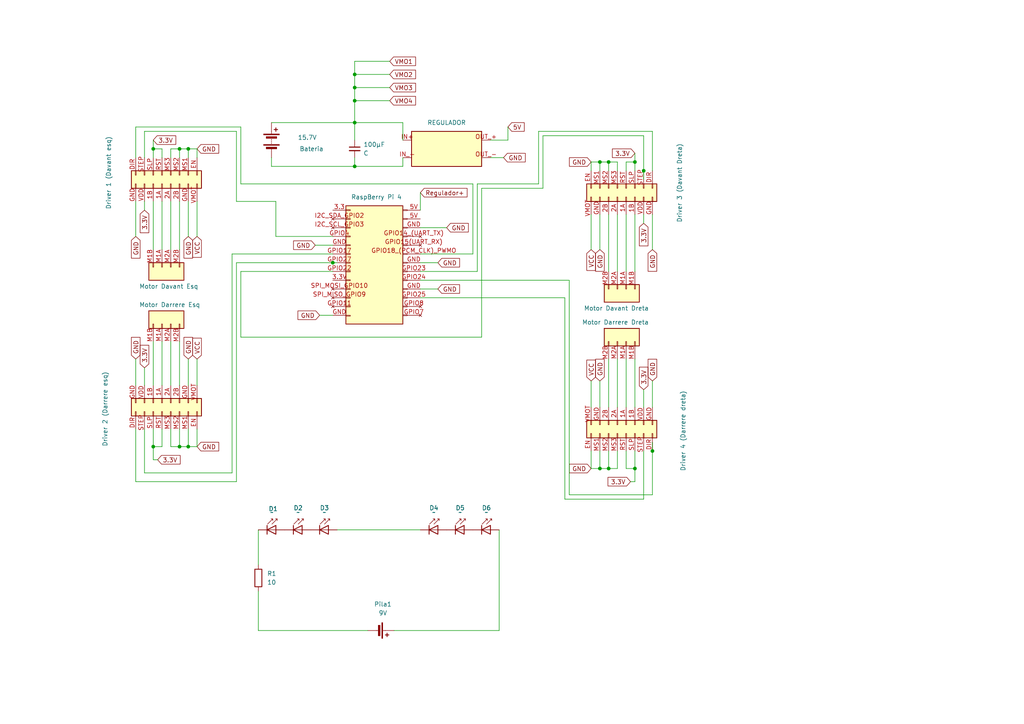
<source format=kicad_sch>
(kicad_sch
	(version 20250114)
	(generator "eeschema")
	(generator_version "9.0")
	(uuid "366dfb8f-616e-4988-a422-8074a4699a14")
	(paper "A4")
	(lib_symbols
		(symbol "Connector:DIN41612_02x05_AB_EvenPins"
			(pin_names
				(offset 1.016)
				(hide yes)
			)
			(exclude_from_sim no)
			(in_bom yes)
			(on_board yes)
			(property "Reference" "J7"
				(at -0.0001 7.62 90)
				(effects
					(font
						(size 1.27 1.27)
					)
					(justify left)
					(hide yes)
				)
			)
			(property "Value" "Motor Davant Esq"
				(at 1.2699 7.62 90)
				(effects
					(font
						(size 1.27 1.27)
					)
					(justify left)
				)
			)
			(property "Footprint" ""
				(at 0 0 0)
				(effects
					(font
						(size 1.27 1.27)
					)
					(hide yes)
				)
			)
			(property "Datasheet" "~"
				(at 0 0 0)
				(effects
					(font
						(size 1.27 1.27)
					)
					(hide yes)
				)
			)
			(property "Description" "DIN41612 connector, double row (AB) even pins only, 02x05, script generated (kicad-library-utils/schlib/autogen/connector/)"
				(at 0 0 0)
				(effects
					(font
						(size 1.27 1.27)
					)
					(hide yes)
				)
			)
			(property "ki_keywords" "connector"
				(at 0 0 0)
				(effects
					(font
						(size 1.27 1.27)
					)
					(hide yes)
				)
			)
			(property "ki_fp_filters" "DIN41612*2x*"
				(at 0 0 0)
				(effects
					(font
						(size 1.27 1.27)
					)
					(hide yes)
				)
			)
			(symbol "DIN41612_02x05_AB_EvenPins_1_1"
				(rectangle
					(start -1.27 6.35)
					(end 3.81 -3.81)
					(stroke
						(width 0.254)
						(type default)
					)
					(fill
						(type background)
					)
				)
				(rectangle
					(start -1.27 5.207)
					(end 0 4.953)
					(stroke
						(width 0.1524)
						(type default)
					)
					(fill
						(type none)
					)
				)
				(rectangle
					(start -1.27 2.667)
					(end 0 2.413)
					(stroke
						(width 0.1524)
						(type default)
					)
					(fill
						(type none)
					)
				)
				(rectangle
					(start -1.27 0.127)
					(end 0 -0.127)
					(stroke
						(width 0.1524)
						(type default)
					)
					(fill
						(type none)
					)
				)
				(rectangle
					(start -1.27 -2.413)
					(end 0 -2.667)
					(stroke
						(width 0.1524)
						(type default)
					)
					(fill
						(type none)
					)
				)
				(pin passive line
					(at -5.08 5.08 0)
					(length 3.81)
					(name "Pin_a2"
						(effects
							(font
								(size 1.27 1.27)
							)
						)
					)
					(number "M2B"
						(effects
							(font
								(size 1.27 1.27)
							)
						)
					)
				)
				(pin passive line
					(at -5.08 2.54 0)
					(length 3.81)
					(name "Pin_a4"
						(effects
							(font
								(size 1.27 1.27)
							)
						)
					)
					(number "M2A"
						(effects
							(font
								(size 1.27 1.27)
							)
						)
					)
				)
				(pin passive line
					(at -5.08 0 0)
					(length 3.81)
					(name "Pin_a6"
						(effects
							(font
								(size 1.27 1.27)
							)
						)
					)
					(number "M1A"
						(effects
							(font
								(size 1.27 1.27)
							)
						)
					)
				)
				(pin passive line
					(at -5.08 -2.54 0)
					(length 3.81)
					(name "Pin_a8"
						(effects
							(font
								(size 1.27 1.27)
							)
						)
					)
					(number "M1B"
						(effects
							(font
								(size 1.27 1.27)
							)
						)
					)
				)
			)
			(embedded_fonts no)
		)
		(symbol "DIN41612_02x08_AB_EvenPins_1"
			(pin_names
				(offset 1.016)
				(hide yes)
			)
			(exclude_from_sim no)
			(in_bom yes)
			(on_board yes)
			(property "Reference" "J1"
				(at 1.27 13.97 0)
				(effects
					(font
						(size 1.27 1.27)
					)
					(hide yes)
				)
			)
			(property "Value" "Driver 1 (Davant esq)"
				(at 1.27 11.43 0)
				(effects
					(font
						(size 1.27 1.27)
					)
				)
			)
			(property "Footprint" ""
				(at 0 0 0)
				(effects
					(font
						(size 1.27 1.27)
					)
					(hide yes)
				)
			)
			(property "Datasheet" "~"
				(at 0 0 0)
				(effects
					(font
						(size 1.27 1.27)
					)
					(hide yes)
				)
			)
			(property "Description" "DIN41612 connector, double row (AB) even pins only, 02x08, script generated (kicad-library-utils/schlib/autogen/connector/)"
				(at 0 0 0)
				(effects
					(font
						(size 1.27 1.27)
					)
					(hide yes)
				)
			)
			(property "ki_keywords" "connector"
				(at 0 0 0)
				(effects
					(font
						(size 1.27 1.27)
					)
					(hide yes)
				)
			)
			(property "ki_fp_filters" "DIN41612*2x*"
				(at 0 0 0)
				(effects
					(font
						(size 1.27 1.27)
					)
					(hide yes)
				)
			)
			(symbol "DIN41612_02x08_AB_EvenPins_1_1_1"
				(rectangle
					(start -1.27 8.89)
					(end 3.81 -11.43)
					(stroke
						(width 0.254)
						(type default)
					)
					(fill
						(type background)
					)
				)
				(rectangle
					(start -1.27 7.747)
					(end 0 7.493)
					(stroke
						(width 0.1524)
						(type default)
					)
					(fill
						(type none)
					)
				)
				(rectangle
					(start -1.27 5.207)
					(end 0 4.953)
					(stroke
						(width 0.1524)
						(type default)
					)
					(fill
						(type none)
					)
				)
				(rectangle
					(start -1.27 2.667)
					(end 0 2.413)
					(stroke
						(width 0.1524)
						(type default)
					)
					(fill
						(type none)
					)
				)
				(rectangle
					(start -1.27 0.127)
					(end 0 -0.127)
					(stroke
						(width 0.1524)
						(type default)
					)
					(fill
						(type none)
					)
				)
				(rectangle
					(start -1.27 -2.413)
					(end 0 -2.667)
					(stroke
						(width 0.1524)
						(type default)
					)
					(fill
						(type none)
					)
				)
				(rectangle
					(start -1.27 -4.953)
					(end 0 -5.207)
					(stroke
						(width 0.1524)
						(type default)
					)
					(fill
						(type none)
					)
				)
				(rectangle
					(start -1.27 -7.493)
					(end 0 -7.747)
					(stroke
						(width 0.1524)
						(type default)
					)
					(fill
						(type none)
					)
				)
				(rectangle
					(start -1.27 -10.033)
					(end 0 -10.287)
					(stroke
						(width 0.1524)
						(type default)
					)
					(fill
						(type none)
					)
				)
				(rectangle
					(start 3.81 7.747)
					(end 2.54 7.493)
					(stroke
						(width 0.1524)
						(type default)
					)
					(fill
						(type none)
					)
				)
				(rectangle
					(start 3.81 5.207)
					(end 2.54 4.953)
					(stroke
						(width 0.1524)
						(type default)
					)
					(fill
						(type none)
					)
				)
				(rectangle
					(start 3.81 2.667)
					(end 2.54 2.413)
					(stroke
						(width 0.1524)
						(type default)
					)
					(fill
						(type none)
					)
				)
				(rectangle
					(start 3.81 0.127)
					(end 2.54 -0.127)
					(stroke
						(width 0.1524)
						(type default)
					)
					(fill
						(type none)
					)
				)
				(rectangle
					(start 3.81 -2.413)
					(end 2.54 -2.667)
					(stroke
						(width 0.1524)
						(type default)
					)
					(fill
						(type none)
					)
				)
				(rectangle
					(start 3.81 -4.953)
					(end 2.54 -5.207)
					(stroke
						(width 0.1524)
						(type default)
					)
					(fill
						(type none)
					)
				)
				(rectangle
					(start 3.81 -7.493)
					(end 2.54 -7.747)
					(stroke
						(width 0.1524)
						(type default)
					)
					(fill
						(type none)
					)
				)
				(rectangle
					(start 3.81 -10.033)
					(end 2.54 -10.287)
					(stroke
						(width 0.1524)
						(type default)
					)
					(fill
						(type none)
					)
				)
				(pin passive line
					(at -5.08 7.62 0)
					(length 3.81)
					(name "Pin_a2"
						(effects
							(font
								(size 1.27 1.27)
							)
						)
					)
					(number "EN"
						(effects
							(font
								(size 1.27 1.27)
							)
						)
					)
				)
				(pin passive line
					(at -5.08 5.08 0)
					(length 3.81)
					(name "Pin_a4"
						(effects
							(font
								(size 1.27 1.27)
							)
						)
					)
					(number "MS1"
						(effects
							(font
								(size 1.27 1.27)
							)
						)
					)
				)
				(pin passive line
					(at -5.08 2.54 0)
					(length 3.81)
					(name "Pin_a6"
						(effects
							(font
								(size 1.27 1.27)
							)
						)
					)
					(number "MS2"
						(effects
							(font
								(size 1.27 1.27)
							)
						)
					)
				)
				(pin passive line
					(at -5.08 0 0)
					(length 3.81)
					(name "Pin_a8"
						(effects
							(font
								(size 1.27 1.27)
							)
						)
					)
					(number "MS3"
						(effects
							(font
								(size 1.27 1.27)
							)
						)
					)
				)
				(pin passive line
					(at -5.08 -2.54 0)
					(length 3.81)
					(name "Pin_a10"
						(effects
							(font
								(size 1.27 1.27)
							)
						)
					)
					(number "RST"
						(effects
							(font
								(size 1.27 1.27)
							)
						)
					)
				)
				(pin passive line
					(at -5.08 -5.08 0)
					(length 3.81)
					(name "Pin_a12"
						(effects
							(font
								(size 1.27 1.27)
							)
						)
					)
					(number "SLP"
						(effects
							(font
								(size 1.27 1.27)
							)
						)
					)
				)
				(pin passive line
					(at -5.08 -7.62 0)
					(length 3.81)
					(name "STEP"
						(effects
							(font
								(size 1.27 1.27)
							)
						)
					)
					(number "STEP"
						(effects
							(font
								(size 1.27 1.27)
							)
						)
					)
				)
				(pin passive line
					(at -5.08 -10.16 0)
					(length 3.81)
					(name "Pin_a16"
						(effects
							(font
								(size 1.27 1.27)
							)
						)
					)
					(number "DIR"
						(effects
							(font
								(size 1.27 1.27)
							)
						)
					)
				)
				(pin passive line
					(at 7.62 7.62 180)
					(length 3.81)
					(name "Pin_b2"
						(effects
							(font
								(size 1.27 1.27)
							)
						)
					)
					(number "VMOT"
						(effects
							(font
								(size 1.27 1.27)
							)
						)
					)
				)
				(pin passive line
					(at 7.62 5.08 180)
					(length 3.81)
					(name "Pin_b4"
						(effects
							(font
								(size 1.27 1.27)
							)
						)
					)
					(number "GND"
						(effects
							(font
								(size 1.27 1.27)
							)
						)
					)
				)
				(pin passive line
					(at 7.62 2.54 180)
					(length 3.81)
					(name "Pin_b6"
						(effects
							(font
								(size 1.27 1.27)
							)
						)
					)
					(number "2B"
						(effects
							(font
								(size 1.27 1.27)
							)
						)
					)
				)
				(pin passive line
					(at 7.62 0 180)
					(length 3.81)
					(name "Pin_b8"
						(effects
							(font
								(size 1.27 1.27)
							)
						)
					)
					(number "2A"
						(effects
							(font
								(size 1.27 1.27)
							)
						)
					)
				)
				(pin passive line
					(at 7.62 -2.54 180)
					(length 3.81)
					(name "Pin_b10"
						(effects
							(font
								(size 1.27 1.27)
							)
						)
					)
					(number "1A"
						(effects
							(font
								(size 1.27 1.27)
							)
						)
					)
				)
				(pin passive line
					(at 7.62 -5.08 180)
					(length 3.81)
					(name "Pin_b12"
						(effects
							(font
								(size 1.27 1.27)
							)
						)
					)
					(number "1B"
						(effects
							(font
								(size 1.27 1.27)
							)
						)
					)
				)
				(pin passive line
					(at 7.62 -7.62 180)
					(length 3.81)
					(name "Pin_b14"
						(effects
							(font
								(size 1.27 1.27)
							)
						)
					)
					(number "VDD"
						(effects
							(font
								(size 1.27 1.27)
							)
						)
					)
				)
				(pin passive line
					(at 7.62 -10.16 180)
					(length 3.81)
					(name "Pin_b16"
						(effects
							(font
								(size 1.27 1.27)
							)
						)
					)
					(number "GND"
						(effects
							(font
								(size 1.27 1.27)
							)
						)
					)
				)
			)
			(embedded_fonts no)
		)
		(symbol "DIN41612_02x08_AB_EvenPins_2"
			(pin_names
				(offset 1.016)
				(hide yes)
			)
			(exclude_from_sim no)
			(in_bom yes)
			(on_board yes)
			(property "Reference" "J1"
				(at 1.27 13.97 0)
				(effects
					(font
						(size 1.27 1.27)
					)
					(hide yes)
				)
			)
			(property "Value" "Driver 1 (Davant esq)"
				(at 1.27 11.43 0)
				(effects
					(font
						(size 1.27 1.27)
					)
				)
			)
			(property "Footprint" ""
				(at 0 0 0)
				(effects
					(font
						(size 1.27 1.27)
					)
					(hide yes)
				)
			)
			(property "Datasheet" "~"
				(at 0 0 0)
				(effects
					(font
						(size 1.27 1.27)
					)
					(hide yes)
				)
			)
			(property "Description" "DIN41612 connector, double row (AB) even pins only, 02x08, script generated (kicad-library-utils/schlib/autogen/connector/)"
				(at 0 0 0)
				(effects
					(font
						(size 1.27 1.27)
					)
					(hide yes)
				)
			)
			(property "ki_keywords" "connector"
				(at 0 0 0)
				(effects
					(font
						(size 1.27 1.27)
					)
					(hide yes)
				)
			)
			(property "ki_fp_filters" "DIN41612*2x*"
				(at 0 0 0)
				(effects
					(font
						(size 1.27 1.27)
					)
					(hide yes)
				)
			)
			(symbol "DIN41612_02x08_AB_EvenPins_2_1_1"
				(rectangle
					(start -1.27 8.89)
					(end 3.81 -11.43)
					(stroke
						(width 0.254)
						(type default)
					)
					(fill
						(type background)
					)
				)
				(rectangle
					(start -1.27 7.747)
					(end 0 7.493)
					(stroke
						(width 0.1524)
						(type default)
					)
					(fill
						(type none)
					)
				)
				(rectangle
					(start -1.27 5.207)
					(end 0 4.953)
					(stroke
						(width 0.1524)
						(type default)
					)
					(fill
						(type none)
					)
				)
				(rectangle
					(start -1.27 2.667)
					(end 0 2.413)
					(stroke
						(width 0.1524)
						(type default)
					)
					(fill
						(type none)
					)
				)
				(rectangle
					(start -1.27 0.127)
					(end 0 -0.127)
					(stroke
						(width 0.1524)
						(type default)
					)
					(fill
						(type none)
					)
				)
				(rectangle
					(start -1.27 -2.413)
					(end 0 -2.667)
					(stroke
						(width 0.1524)
						(type default)
					)
					(fill
						(type none)
					)
				)
				(rectangle
					(start -1.27 -4.953)
					(end 0 -5.207)
					(stroke
						(width 0.1524)
						(type default)
					)
					(fill
						(type none)
					)
				)
				(rectangle
					(start -1.27 -7.493)
					(end 0 -7.747)
					(stroke
						(width 0.1524)
						(type default)
					)
					(fill
						(type none)
					)
				)
				(rectangle
					(start -1.27 -10.033)
					(end 0 -10.287)
					(stroke
						(width 0.1524)
						(type default)
					)
					(fill
						(type none)
					)
				)
				(rectangle
					(start 3.81 7.747)
					(end 2.54 7.493)
					(stroke
						(width 0.1524)
						(type default)
					)
					(fill
						(type none)
					)
				)
				(rectangle
					(start 3.81 5.207)
					(end 2.54 4.953)
					(stroke
						(width 0.1524)
						(type default)
					)
					(fill
						(type none)
					)
				)
				(rectangle
					(start 3.81 2.667)
					(end 2.54 2.413)
					(stroke
						(width 0.1524)
						(type default)
					)
					(fill
						(type none)
					)
				)
				(rectangle
					(start 3.81 0.127)
					(end 2.54 -0.127)
					(stroke
						(width 0.1524)
						(type default)
					)
					(fill
						(type none)
					)
				)
				(rectangle
					(start 3.81 -2.413)
					(end 2.54 -2.667)
					(stroke
						(width 0.1524)
						(type default)
					)
					(fill
						(type none)
					)
				)
				(rectangle
					(start 3.81 -4.953)
					(end 2.54 -5.207)
					(stroke
						(width 0.1524)
						(type default)
					)
					(fill
						(type none)
					)
				)
				(rectangle
					(start 3.81 -7.493)
					(end 2.54 -7.747)
					(stroke
						(width 0.1524)
						(type default)
					)
					(fill
						(type none)
					)
				)
				(rectangle
					(start 3.81 -10.033)
					(end 2.54 -10.287)
					(stroke
						(width 0.1524)
						(type default)
					)
					(fill
						(type none)
					)
				)
				(pin passive line
					(at -5.08 7.62 0)
					(length 3.81)
					(name "Pin_a2"
						(effects
							(font
								(size 1.27 1.27)
							)
						)
					)
					(number "EN"
						(effects
							(font
								(size 1.27 1.27)
							)
						)
					)
				)
				(pin passive line
					(at -5.08 5.08 0)
					(length 3.81)
					(name "Pin_a4"
						(effects
							(font
								(size 1.27 1.27)
							)
						)
					)
					(number "MS1"
						(effects
							(font
								(size 1.27 1.27)
							)
						)
					)
				)
				(pin passive line
					(at -5.08 2.54 0)
					(length 3.81)
					(name "Pin_a6"
						(effects
							(font
								(size 1.27 1.27)
							)
						)
					)
					(number "MS2"
						(effects
							(font
								(size 1.27 1.27)
							)
						)
					)
				)
				(pin passive line
					(at -5.08 0 0)
					(length 3.81)
					(name "Pin_a8"
						(effects
							(font
								(size 1.27 1.27)
							)
						)
					)
					(number "MS3"
						(effects
							(font
								(size 1.27 1.27)
							)
						)
					)
				)
				(pin passive line
					(at -5.08 -2.54 0)
					(length 3.81)
					(name "Pin_a10"
						(effects
							(font
								(size 1.27 1.27)
							)
						)
					)
					(number "RST"
						(effects
							(font
								(size 1.27 1.27)
							)
						)
					)
				)
				(pin passive line
					(at -5.08 -5.08 0)
					(length 3.81)
					(name "Pin_a12"
						(effects
							(font
								(size 1.27 1.27)
							)
						)
					)
					(number "SLP"
						(effects
							(font
								(size 1.27 1.27)
							)
						)
					)
				)
				(pin passive line
					(at -5.08 -7.62 0)
					(length 3.81)
					(name "STEP"
						(effects
							(font
								(size 1.27 1.27)
							)
						)
					)
					(number "STEP"
						(effects
							(font
								(size 1.27 1.27)
							)
						)
					)
				)
				(pin passive line
					(at -5.08 -10.16 0)
					(length 3.81)
					(name "Pin_a16"
						(effects
							(font
								(size 1.27 1.27)
							)
						)
					)
					(number "DIR"
						(effects
							(font
								(size 1.27 1.27)
							)
						)
					)
				)
				(pin passive line
					(at 7.62 7.62 180)
					(length 3.81)
					(name "Pin_b2"
						(effects
							(font
								(size 1.27 1.27)
							)
						)
					)
					(number "VMOT"
						(effects
							(font
								(size 1.27 1.27)
							)
						)
					)
				)
				(pin passive line
					(at 7.62 5.08 180)
					(length 3.81)
					(name "Pin_b4"
						(effects
							(font
								(size 1.27 1.27)
							)
						)
					)
					(number "GND"
						(effects
							(font
								(size 1.27 1.27)
							)
						)
					)
				)
				(pin passive line
					(at 7.62 2.54 180)
					(length 3.81)
					(name "Pin_b6"
						(effects
							(font
								(size 1.27 1.27)
							)
						)
					)
					(number "2B"
						(effects
							(font
								(size 1.27 1.27)
							)
						)
					)
				)
				(pin passive line
					(at 7.62 0 180)
					(length 3.81)
					(name "Pin_b8"
						(effects
							(font
								(size 1.27 1.27)
							)
						)
					)
					(number "2A"
						(effects
							(font
								(size 1.27 1.27)
							)
						)
					)
				)
				(pin passive line
					(at 7.62 -2.54 180)
					(length 3.81)
					(name "Pin_b10"
						(effects
							(font
								(size 1.27 1.27)
							)
						)
					)
					(number "1A"
						(effects
							(font
								(size 1.27 1.27)
							)
						)
					)
				)
				(pin passive line
					(at 7.62 -5.08 180)
					(length 3.81)
					(name "Pin_b12"
						(effects
							(font
								(size 1.27 1.27)
							)
						)
					)
					(number "1B"
						(effects
							(font
								(size 1.27 1.27)
							)
						)
					)
				)
				(pin passive line
					(at 7.62 -7.62 180)
					(length 3.81)
					(name "Pin_b14"
						(effects
							(font
								(size 1.27 1.27)
							)
						)
					)
					(number "VDD"
						(effects
							(font
								(size 1.27 1.27)
							)
						)
					)
				)
				(pin passive line
					(at 7.62 -10.16 180)
					(length 3.81)
					(name "Pin_b16"
						(effects
							(font
								(size 1.27 1.27)
							)
						)
					)
					(number "GND"
						(effects
							(font
								(size 1.27 1.27)
							)
						)
					)
				)
			)
			(embedded_fonts no)
		)
		(symbol "DIN41612_02x08_AB_EvenPins_5"
			(pin_names
				(offset 1.016)
				(hide yes)
			)
			(exclude_from_sim no)
			(in_bom yes)
			(on_board yes)
			(property "Reference" "J1"
				(at 1.27 13.97 0)
				(effects
					(font
						(size 1.27 1.27)
					)
					(hide yes)
				)
			)
			(property "Value" "Driver 1 (Davant esq)"
				(at 1.27 11.43 0)
				(effects
					(font
						(size 1.27 1.27)
					)
				)
			)
			(property "Footprint" ""
				(at 0 0 0)
				(effects
					(font
						(size 1.27 1.27)
					)
					(hide yes)
				)
			)
			(property "Datasheet" "~"
				(at 0 0 0)
				(effects
					(font
						(size 1.27 1.27)
					)
					(hide yes)
				)
			)
			(property "Description" "DIN41612 connector, double row (AB) even pins only, 02x08, script generated (kicad-library-utils/schlib/autogen/connector/)"
				(at 0 0 0)
				(effects
					(font
						(size 1.27 1.27)
					)
					(hide yes)
				)
			)
			(property "ki_keywords" "connector"
				(at 0 0 0)
				(effects
					(font
						(size 1.27 1.27)
					)
					(hide yes)
				)
			)
			(property "ki_fp_filters" "DIN41612*2x*"
				(at 0 0 0)
				(effects
					(font
						(size 1.27 1.27)
					)
					(hide yes)
				)
			)
			(symbol "DIN41612_02x08_AB_EvenPins_5_1_1"
				(rectangle
					(start -1.27 8.89)
					(end 3.81 -11.43)
					(stroke
						(width 0.254)
						(type default)
					)
					(fill
						(type background)
					)
				)
				(rectangle
					(start -1.27 7.747)
					(end 0 7.493)
					(stroke
						(width 0.1524)
						(type default)
					)
					(fill
						(type none)
					)
				)
				(rectangle
					(start -1.27 5.207)
					(end 0 4.953)
					(stroke
						(width 0.1524)
						(type default)
					)
					(fill
						(type none)
					)
				)
				(rectangle
					(start -1.27 2.667)
					(end 0 2.413)
					(stroke
						(width 0.1524)
						(type default)
					)
					(fill
						(type none)
					)
				)
				(rectangle
					(start -1.27 0.127)
					(end 0 -0.127)
					(stroke
						(width 0.1524)
						(type default)
					)
					(fill
						(type none)
					)
				)
				(rectangle
					(start -1.27 -2.413)
					(end 0 -2.667)
					(stroke
						(width 0.1524)
						(type default)
					)
					(fill
						(type none)
					)
				)
				(rectangle
					(start -1.27 -4.953)
					(end 0 -5.207)
					(stroke
						(width 0.1524)
						(type default)
					)
					(fill
						(type none)
					)
				)
				(rectangle
					(start -1.27 -7.493)
					(end 0 -7.747)
					(stroke
						(width 0.1524)
						(type default)
					)
					(fill
						(type none)
					)
				)
				(rectangle
					(start -1.27 -10.033)
					(end 0 -10.287)
					(stroke
						(width 0.1524)
						(type default)
					)
					(fill
						(type none)
					)
				)
				(rectangle
					(start 3.81 7.747)
					(end 2.54 7.493)
					(stroke
						(width 0.1524)
						(type default)
					)
					(fill
						(type none)
					)
				)
				(rectangle
					(start 3.81 5.207)
					(end 2.54 4.953)
					(stroke
						(width 0.1524)
						(type default)
					)
					(fill
						(type none)
					)
				)
				(rectangle
					(start 3.81 2.667)
					(end 2.54 2.413)
					(stroke
						(width 0.1524)
						(type default)
					)
					(fill
						(type none)
					)
				)
				(rectangle
					(start 3.81 0.127)
					(end 2.54 -0.127)
					(stroke
						(width 0.1524)
						(type default)
					)
					(fill
						(type none)
					)
				)
				(rectangle
					(start 3.81 -2.413)
					(end 2.54 -2.667)
					(stroke
						(width 0.1524)
						(type default)
					)
					(fill
						(type none)
					)
				)
				(rectangle
					(start 3.81 -4.953)
					(end 2.54 -5.207)
					(stroke
						(width 0.1524)
						(type default)
					)
					(fill
						(type none)
					)
				)
				(rectangle
					(start 3.81 -7.493)
					(end 2.54 -7.747)
					(stroke
						(width 0.1524)
						(type default)
					)
					(fill
						(type none)
					)
				)
				(rectangle
					(start 3.81 -10.033)
					(end 2.54 -10.287)
					(stroke
						(width 0.1524)
						(type default)
					)
					(fill
						(type none)
					)
				)
				(pin passive line
					(at -5.08 7.62 0)
					(length 3.81)
					(name "Pin_a2"
						(effects
							(font
								(size 1.27 1.27)
							)
						)
					)
					(number "EN"
						(effects
							(font
								(size 1.27 1.27)
							)
						)
					)
				)
				(pin passive line
					(at -5.08 5.08 0)
					(length 3.81)
					(name "Pin_a4"
						(effects
							(font
								(size 1.27 1.27)
							)
						)
					)
					(number "MS1"
						(effects
							(font
								(size 1.27 1.27)
							)
						)
					)
				)
				(pin passive line
					(at -5.08 2.54 0)
					(length 3.81)
					(name "Pin_a6"
						(effects
							(font
								(size 1.27 1.27)
							)
						)
					)
					(number "MS2"
						(effects
							(font
								(size 1.27 1.27)
							)
						)
					)
				)
				(pin passive line
					(at -5.08 0 0)
					(length 3.81)
					(name "Pin_a8"
						(effects
							(font
								(size 1.27 1.27)
							)
						)
					)
					(number "MS3"
						(effects
							(font
								(size 1.27 1.27)
							)
						)
					)
				)
				(pin passive line
					(at -5.08 -2.54 0)
					(length 3.81)
					(name "Pin_a10"
						(effects
							(font
								(size 1.27 1.27)
							)
						)
					)
					(number "RST"
						(effects
							(font
								(size 1.27 1.27)
							)
						)
					)
				)
				(pin passive line
					(at -5.08 -5.08 0)
					(length 3.81)
					(name "Pin_a12"
						(effects
							(font
								(size 1.27 1.27)
							)
						)
					)
					(number "SLP"
						(effects
							(font
								(size 1.27 1.27)
							)
						)
					)
				)
				(pin passive line
					(at -5.08 -7.62 0)
					(length 3.81)
					(name "STEP"
						(effects
							(font
								(size 1.27 1.27)
							)
						)
					)
					(number "STEP"
						(effects
							(font
								(size 1.27 1.27)
							)
						)
					)
				)
				(pin passive line
					(at -5.08 -10.16 0)
					(length 3.81)
					(name "Pin_a16"
						(effects
							(font
								(size 1.27 1.27)
							)
						)
					)
					(number "DIR"
						(effects
							(font
								(size 1.27 1.27)
							)
						)
					)
				)
				(pin passive line
					(at 7.62 7.62 180)
					(length 3.81)
					(name "Pin_b2"
						(effects
							(font
								(size 1.27 1.27)
							)
						)
					)
					(number "VMOT"
						(effects
							(font
								(size 1.27 1.27)
							)
						)
					)
				)
				(pin passive line
					(at 7.62 5.08 180)
					(length 3.81)
					(name "Pin_b4"
						(effects
							(font
								(size 1.27 1.27)
							)
						)
					)
					(number "GND"
						(effects
							(font
								(size 1.27 1.27)
							)
						)
					)
				)
				(pin passive line
					(at 7.62 2.54 180)
					(length 3.81)
					(name "Pin_b6"
						(effects
							(font
								(size 1.27 1.27)
							)
						)
					)
					(number "2B"
						(effects
							(font
								(size 1.27 1.27)
							)
						)
					)
				)
				(pin passive line
					(at 7.62 0 180)
					(length 3.81)
					(name "Pin_b8"
						(effects
							(font
								(size 1.27 1.27)
							)
						)
					)
					(number "2A"
						(effects
							(font
								(size 1.27 1.27)
							)
						)
					)
				)
				(pin passive line
					(at 7.62 -2.54 180)
					(length 3.81)
					(name "Pin_b10"
						(effects
							(font
								(size 1.27 1.27)
							)
						)
					)
					(number "1A"
						(effects
							(font
								(size 1.27 1.27)
							)
						)
					)
				)
				(pin passive line
					(at 7.62 -5.08 180)
					(length 3.81)
					(name "Pin_b12"
						(effects
							(font
								(size 1.27 1.27)
							)
						)
					)
					(number "1B"
						(effects
							(font
								(size 1.27 1.27)
							)
						)
					)
				)
				(pin passive line
					(at 7.62 -7.62 180)
					(length 3.81)
					(name "Pin_b14"
						(effects
							(font
								(size 1.27 1.27)
							)
						)
					)
					(number "VDD"
						(effects
							(font
								(size 1.27 1.27)
							)
						)
					)
				)
				(pin passive line
					(at 7.62 -10.16 180)
					(length 3.81)
					(name "Pin_b16"
						(effects
							(font
								(size 1.27 1.27)
							)
						)
					)
					(number "GND"
						(effects
							(font
								(size 1.27 1.27)
							)
						)
					)
				)
			)
			(embedded_fonts no)
		)
		(symbol "DIN41612_02x08_AB_EvenPins_6"
			(pin_names
				(offset 1.016)
				(hide yes)
			)
			(exclude_from_sim no)
			(in_bom yes)
			(on_board yes)
			(property "Reference" "J1"
				(at 1.27 13.97 0)
				(effects
					(font
						(size 1.27 1.27)
					)
					(hide yes)
				)
			)
			(property "Value" "Driver 1 (Davant esq)"
				(at 1.27 11.43 0)
				(effects
					(font
						(size 1.27 1.27)
					)
				)
			)
			(property "Footprint" ""
				(at 0 0 0)
				(effects
					(font
						(size 1.27 1.27)
					)
					(hide yes)
				)
			)
			(property "Datasheet" "~"
				(at 0 0 0)
				(effects
					(font
						(size 1.27 1.27)
					)
					(hide yes)
				)
			)
			(property "Description" "DIN41612 connector, double row (AB) even pins only, 02x08, script generated (kicad-library-utils/schlib/autogen/connector/)"
				(at 0 0 0)
				(effects
					(font
						(size 1.27 1.27)
					)
					(hide yes)
				)
			)
			(property "ki_keywords" "connector"
				(at 0 0 0)
				(effects
					(font
						(size 1.27 1.27)
					)
					(hide yes)
				)
			)
			(property "ki_fp_filters" "DIN41612*2x*"
				(at 0 0 0)
				(effects
					(font
						(size 1.27 1.27)
					)
					(hide yes)
				)
			)
			(symbol "DIN41612_02x08_AB_EvenPins_6_1_1"
				(rectangle
					(start -1.27 8.89)
					(end 3.81 -11.43)
					(stroke
						(width 0.254)
						(type default)
					)
					(fill
						(type background)
					)
				)
				(rectangle
					(start -1.27 7.747)
					(end 0 7.493)
					(stroke
						(width 0.1524)
						(type default)
					)
					(fill
						(type none)
					)
				)
				(rectangle
					(start -1.27 5.207)
					(end 0 4.953)
					(stroke
						(width 0.1524)
						(type default)
					)
					(fill
						(type none)
					)
				)
				(rectangle
					(start -1.27 2.667)
					(end 0 2.413)
					(stroke
						(width 0.1524)
						(type default)
					)
					(fill
						(type none)
					)
				)
				(rectangle
					(start -1.27 0.127)
					(end 0 -0.127)
					(stroke
						(width 0.1524)
						(type default)
					)
					(fill
						(type none)
					)
				)
				(rectangle
					(start -1.27 -2.413)
					(end 0 -2.667)
					(stroke
						(width 0.1524)
						(type default)
					)
					(fill
						(type none)
					)
				)
				(rectangle
					(start -1.27 -4.953)
					(end 0 -5.207)
					(stroke
						(width 0.1524)
						(type default)
					)
					(fill
						(type none)
					)
				)
				(rectangle
					(start -1.27 -7.493)
					(end 0 -7.747)
					(stroke
						(width 0.1524)
						(type default)
					)
					(fill
						(type none)
					)
				)
				(rectangle
					(start -1.27 -10.033)
					(end 0 -10.287)
					(stroke
						(width 0.1524)
						(type default)
					)
					(fill
						(type none)
					)
				)
				(rectangle
					(start 3.81 7.747)
					(end 2.54 7.493)
					(stroke
						(width 0.1524)
						(type default)
					)
					(fill
						(type none)
					)
				)
				(rectangle
					(start 3.81 5.207)
					(end 2.54 4.953)
					(stroke
						(width 0.1524)
						(type default)
					)
					(fill
						(type none)
					)
				)
				(rectangle
					(start 3.81 2.667)
					(end 2.54 2.413)
					(stroke
						(width 0.1524)
						(type default)
					)
					(fill
						(type none)
					)
				)
				(rectangle
					(start 3.81 0.127)
					(end 2.54 -0.127)
					(stroke
						(width 0.1524)
						(type default)
					)
					(fill
						(type none)
					)
				)
				(rectangle
					(start 3.81 -2.413)
					(end 2.54 -2.667)
					(stroke
						(width 0.1524)
						(type default)
					)
					(fill
						(type none)
					)
				)
				(rectangle
					(start 3.81 -4.953)
					(end 2.54 -5.207)
					(stroke
						(width 0.1524)
						(type default)
					)
					(fill
						(type none)
					)
				)
				(rectangle
					(start 3.81 -7.493)
					(end 2.54 -7.747)
					(stroke
						(width 0.1524)
						(type default)
					)
					(fill
						(type none)
					)
				)
				(rectangle
					(start 3.81 -10.033)
					(end 2.54 -10.287)
					(stroke
						(width 0.1524)
						(type default)
					)
					(fill
						(type none)
					)
				)
				(pin passive line
					(at -5.08 7.62 0)
					(length 3.81)
					(name "Pin_a2"
						(effects
							(font
								(size 1.27 1.27)
							)
						)
					)
					(number "EN"
						(effects
							(font
								(size 1.27 1.27)
							)
						)
					)
				)
				(pin passive line
					(at -5.08 5.08 0)
					(length 3.81)
					(name "Pin_a4"
						(effects
							(font
								(size 1.27 1.27)
							)
						)
					)
					(number "MS1"
						(effects
							(font
								(size 1.27 1.27)
							)
						)
					)
				)
				(pin passive line
					(at -5.08 2.54 0)
					(length 3.81)
					(name "Pin_a6"
						(effects
							(font
								(size 1.27 1.27)
							)
						)
					)
					(number "MS2"
						(effects
							(font
								(size 1.27 1.27)
							)
						)
					)
				)
				(pin passive line
					(at -5.08 0 0)
					(length 3.81)
					(name "Pin_a8"
						(effects
							(font
								(size 1.27 1.27)
							)
						)
					)
					(number "MS3"
						(effects
							(font
								(size 1.27 1.27)
							)
						)
					)
				)
				(pin passive line
					(at -5.08 -2.54 0)
					(length 3.81)
					(name "Pin_a10"
						(effects
							(font
								(size 1.27 1.27)
							)
						)
					)
					(number "RST"
						(effects
							(font
								(size 1.27 1.27)
							)
						)
					)
				)
				(pin passive line
					(at -5.08 -5.08 0)
					(length 3.81)
					(name "Pin_a12"
						(effects
							(font
								(size 1.27 1.27)
							)
						)
					)
					(number "SLP"
						(effects
							(font
								(size 1.27 1.27)
							)
						)
					)
				)
				(pin passive line
					(at -5.08 -7.62 0)
					(length 3.81)
					(name "STEP"
						(effects
							(font
								(size 1.27 1.27)
							)
						)
					)
					(number "STEP"
						(effects
							(font
								(size 1.27 1.27)
							)
						)
					)
				)
				(pin passive line
					(at -5.08 -10.16 0)
					(length 3.81)
					(name "Pin_a16"
						(effects
							(font
								(size 1.27 1.27)
							)
						)
					)
					(number "DIR"
						(effects
							(font
								(size 1.27 1.27)
							)
						)
					)
				)
				(pin passive line
					(at 7.62 7.62 180)
					(length 3.81)
					(name "Pin_b2"
						(effects
							(font
								(size 1.27 1.27)
							)
						)
					)
					(number "VMOT"
						(effects
							(font
								(size 1.27 1.27)
							)
						)
					)
				)
				(pin passive line
					(at 7.62 5.08 180)
					(length 3.81)
					(name "Pin_b4"
						(effects
							(font
								(size 1.27 1.27)
							)
						)
					)
					(number "GND"
						(effects
							(font
								(size 1.27 1.27)
							)
						)
					)
				)
				(pin passive line
					(at 7.62 2.54 180)
					(length 3.81)
					(name "Pin_b6"
						(effects
							(font
								(size 1.27 1.27)
							)
						)
					)
					(number "2B"
						(effects
							(font
								(size 1.27 1.27)
							)
						)
					)
				)
				(pin passive line
					(at 7.62 0 180)
					(length 3.81)
					(name "Pin_b8"
						(effects
							(font
								(size 1.27 1.27)
							)
						)
					)
					(number "2A"
						(effects
							(font
								(size 1.27 1.27)
							)
						)
					)
				)
				(pin passive line
					(at 7.62 -2.54 180)
					(length 3.81)
					(name "Pin_b10"
						(effects
							(font
								(size 1.27 1.27)
							)
						)
					)
					(number "1A"
						(effects
							(font
								(size 1.27 1.27)
							)
						)
					)
				)
				(pin passive line
					(at 7.62 -5.08 180)
					(length 3.81)
					(name "Pin_b12"
						(effects
							(font
								(size 1.27 1.27)
							)
						)
					)
					(number "1B"
						(effects
							(font
								(size 1.27 1.27)
							)
						)
					)
				)
				(pin passive line
					(at 7.62 -7.62 180)
					(length 3.81)
					(name "Pin_b14"
						(effects
							(font
								(size 1.27 1.27)
							)
						)
					)
					(number "VDD"
						(effects
							(font
								(size 1.27 1.27)
							)
						)
					)
				)
				(pin passive line
					(at 7.62 -10.16 180)
					(length 3.81)
					(name "Pin_b16"
						(effects
							(font
								(size 1.27 1.27)
							)
						)
					)
					(number "GND"
						(effects
							(font
								(size 1.27 1.27)
							)
						)
					)
				)
			)
			(embedded_fonts no)
		)
		(symbol "Device:Battery"
			(pin_numbers
				(hide yes)
			)
			(pin_names
				(offset 0)
				(hide yes)
			)
			(exclude_from_sim no)
			(in_bom yes)
			(on_board yes)
			(property "Reference" "BT"
				(at 2.54 2.54 0)
				(effects
					(font
						(size 1.27 1.27)
					)
					(justify left)
				)
			)
			(property "Value" "Battery"
				(at 2.54 0 0)
				(effects
					(font
						(size 1.27 1.27)
					)
					(justify left)
				)
			)
			(property "Footprint" ""
				(at 0 1.524 90)
				(effects
					(font
						(size 1.27 1.27)
					)
					(hide yes)
				)
			)
			(property "Datasheet" "~"
				(at 0 1.524 90)
				(effects
					(font
						(size 1.27 1.27)
					)
					(hide yes)
				)
			)
			(property "Description" "Multiple-cell battery"
				(at 0 0 0)
				(effects
					(font
						(size 1.27 1.27)
					)
					(hide yes)
				)
			)
			(property "ki_keywords" "batt voltage-source cell"
				(at 0 0 0)
				(effects
					(font
						(size 1.27 1.27)
					)
					(hide yes)
				)
			)
			(symbol "Battery_0_1"
				(rectangle
					(start -2.286 1.778)
					(end 2.286 1.524)
					(stroke
						(width 0)
						(type default)
					)
					(fill
						(type outline)
					)
				)
				(rectangle
					(start -2.286 -1.27)
					(end 2.286 -1.524)
					(stroke
						(width 0)
						(type default)
					)
					(fill
						(type outline)
					)
				)
				(rectangle
					(start -1.524 1.016)
					(end 1.524 0.508)
					(stroke
						(width 0)
						(type default)
					)
					(fill
						(type outline)
					)
				)
				(rectangle
					(start -1.524 -2.032)
					(end 1.524 -2.54)
					(stroke
						(width 0)
						(type default)
					)
					(fill
						(type outline)
					)
				)
				(polyline
					(pts
						(xy 0 1.778) (xy 0 2.54)
					)
					(stroke
						(width 0)
						(type default)
					)
					(fill
						(type none)
					)
				)
				(polyline
					(pts
						(xy 0 0) (xy 0 0.254)
					)
					(stroke
						(width 0)
						(type default)
					)
					(fill
						(type none)
					)
				)
				(polyline
					(pts
						(xy 0 -0.508) (xy 0 -0.254)
					)
					(stroke
						(width 0)
						(type default)
					)
					(fill
						(type none)
					)
				)
				(polyline
					(pts
						(xy 0 -1.016) (xy 0 -0.762)
					)
					(stroke
						(width 0)
						(type default)
					)
					(fill
						(type none)
					)
				)
				(polyline
					(pts
						(xy 0.762 3.048) (xy 1.778 3.048)
					)
					(stroke
						(width 0.254)
						(type default)
					)
					(fill
						(type none)
					)
				)
				(polyline
					(pts
						(xy 1.27 3.556) (xy 1.27 2.54)
					)
					(stroke
						(width 0.254)
						(type default)
					)
					(fill
						(type none)
					)
				)
			)
			(symbol "Battery_1_1"
				(pin passive line
					(at 0 5.08 270)
					(length 2.54)
					(name "+"
						(effects
							(font
								(size 1.27 1.27)
							)
						)
					)
					(number "1"
						(effects
							(font
								(size 1.27 1.27)
							)
						)
					)
				)
				(pin passive line
					(at 0 -5.08 90)
					(length 2.54)
					(name "-"
						(effects
							(font
								(size 1.27 1.27)
							)
						)
					)
					(number "2"
						(effects
							(font
								(size 1.27 1.27)
							)
						)
					)
				)
			)
			(embedded_fonts no)
		)
		(symbol "Device:Battery_Cell"
			(pin_numbers
				(hide yes)
			)
			(pin_names
				(offset 0)
				(hide yes)
			)
			(exclude_from_sim no)
			(in_bom yes)
			(on_board yes)
			(property "Reference" "BT"
				(at 2.54 2.54 0)
				(effects
					(font
						(size 1.27 1.27)
					)
					(justify left)
				)
			)
			(property "Value" "Battery_Cell"
				(at 2.54 0 0)
				(effects
					(font
						(size 1.27 1.27)
					)
					(justify left)
				)
			)
			(property "Footprint" ""
				(at 0 1.524 90)
				(effects
					(font
						(size 1.27 1.27)
					)
					(hide yes)
				)
			)
			(property "Datasheet" "~"
				(at 0 1.524 90)
				(effects
					(font
						(size 1.27 1.27)
					)
					(hide yes)
				)
			)
			(property "Description" "Single-cell battery"
				(at 0 0 0)
				(effects
					(font
						(size 1.27 1.27)
					)
					(hide yes)
				)
			)
			(property "ki_keywords" "battery cell"
				(at 0 0 0)
				(effects
					(font
						(size 1.27 1.27)
					)
					(hide yes)
				)
			)
			(symbol "Battery_Cell_0_1"
				(rectangle
					(start -2.286 1.778)
					(end 2.286 1.524)
					(stroke
						(width 0)
						(type default)
					)
					(fill
						(type outline)
					)
				)
				(rectangle
					(start -1.524 1.016)
					(end 1.524 0.508)
					(stroke
						(width 0)
						(type default)
					)
					(fill
						(type outline)
					)
				)
				(polyline
					(pts
						(xy 0 1.778) (xy 0 2.54)
					)
					(stroke
						(width 0)
						(type default)
					)
					(fill
						(type none)
					)
				)
				(polyline
					(pts
						(xy 0 0.762) (xy 0 0)
					)
					(stroke
						(width 0)
						(type default)
					)
					(fill
						(type none)
					)
				)
				(polyline
					(pts
						(xy 0.762 3.048) (xy 1.778 3.048)
					)
					(stroke
						(width 0.254)
						(type default)
					)
					(fill
						(type none)
					)
				)
				(polyline
					(pts
						(xy 1.27 3.556) (xy 1.27 2.54)
					)
					(stroke
						(width 0.254)
						(type default)
					)
					(fill
						(type none)
					)
				)
			)
			(symbol "Battery_Cell_1_1"
				(pin passive line
					(at 0 5.08 270)
					(length 2.54)
					(name "+"
						(effects
							(font
								(size 1.27 1.27)
							)
						)
					)
					(number "1"
						(effects
							(font
								(size 1.27 1.27)
							)
						)
					)
				)
				(pin passive line
					(at 0 -2.54 90)
					(length 2.54)
					(name "-"
						(effects
							(font
								(size 1.27 1.27)
							)
						)
					)
					(number "2"
						(effects
							(font
								(size 1.27 1.27)
							)
						)
					)
				)
			)
			(embedded_fonts no)
		)
		(symbol "Device:C_Small"
			(pin_numbers
				(hide yes)
			)
			(pin_names
				(offset 0.254)
				(hide yes)
			)
			(exclude_from_sim no)
			(in_bom yes)
			(on_board yes)
			(property "Reference" "C"
				(at 0.254 1.778 0)
				(effects
					(font
						(size 1.27 1.27)
					)
					(justify left)
				)
			)
			(property "Value" "C_Small"
				(at 0.254 -2.032 0)
				(effects
					(font
						(size 1.27 1.27)
					)
					(justify left)
				)
			)
			(property "Footprint" ""
				(at 0 0 0)
				(effects
					(font
						(size 1.27 1.27)
					)
					(hide yes)
				)
			)
			(property "Datasheet" "~"
				(at 0 0 0)
				(effects
					(font
						(size 1.27 1.27)
					)
					(hide yes)
				)
			)
			(property "Description" "Unpolarized capacitor, small symbol"
				(at 0 0 0)
				(effects
					(font
						(size 1.27 1.27)
					)
					(hide yes)
				)
			)
			(property "ki_keywords" "capacitor cap"
				(at 0 0 0)
				(effects
					(font
						(size 1.27 1.27)
					)
					(hide yes)
				)
			)
			(property "ki_fp_filters" "C_*"
				(at 0 0 0)
				(effects
					(font
						(size 1.27 1.27)
					)
					(hide yes)
				)
			)
			(symbol "C_Small_0_1"
				(polyline
					(pts
						(xy -1.524 0.508) (xy 1.524 0.508)
					)
					(stroke
						(width 0.3048)
						(type default)
					)
					(fill
						(type none)
					)
				)
				(polyline
					(pts
						(xy -1.524 -0.508) (xy 1.524 -0.508)
					)
					(stroke
						(width 0.3302)
						(type default)
					)
					(fill
						(type none)
					)
				)
			)
			(symbol "C_Small_1_1"
				(pin passive line
					(at 0 2.54 270)
					(length 2.032)
					(name "~"
						(effects
							(font
								(size 1.27 1.27)
							)
						)
					)
					(number "1"
						(effects
							(font
								(size 1.27 1.27)
							)
						)
					)
				)
				(pin passive line
					(at 0 -2.54 90)
					(length 2.032)
					(name "~"
						(effects
							(font
								(size 1.27 1.27)
							)
						)
					)
					(number "2"
						(effects
							(font
								(size 1.27 1.27)
							)
						)
					)
				)
			)
			(embedded_fonts no)
		)
		(symbol "Device:R"
			(pin_numbers
				(hide yes)
			)
			(pin_names
				(offset 0)
			)
			(exclude_from_sim no)
			(in_bom yes)
			(on_board yes)
			(property "Reference" "R"
				(at 2.032 0 90)
				(effects
					(font
						(size 1.27 1.27)
					)
				)
			)
			(property "Value" "R"
				(at 0 0 90)
				(effects
					(font
						(size 1.27 1.27)
					)
				)
			)
			(property "Footprint" ""
				(at -1.778 0 90)
				(effects
					(font
						(size 1.27 1.27)
					)
					(hide yes)
				)
			)
			(property "Datasheet" "~"
				(at 0 0 0)
				(effects
					(font
						(size 1.27 1.27)
					)
					(hide yes)
				)
			)
			(property "Description" "Resistor"
				(at 0 0 0)
				(effects
					(font
						(size 1.27 1.27)
					)
					(hide yes)
				)
			)
			(property "ki_keywords" "R res resistor"
				(at 0 0 0)
				(effects
					(font
						(size 1.27 1.27)
					)
					(hide yes)
				)
			)
			(property "ki_fp_filters" "R_*"
				(at 0 0 0)
				(effects
					(font
						(size 1.27 1.27)
					)
					(hide yes)
				)
			)
			(symbol "R_0_1"
				(rectangle
					(start -1.016 -2.54)
					(end 1.016 2.54)
					(stroke
						(width 0.254)
						(type default)
					)
					(fill
						(type none)
					)
				)
			)
			(symbol "R_1_1"
				(pin passive line
					(at 0 3.81 270)
					(length 1.27)
					(name "~"
						(effects
							(font
								(size 1.27 1.27)
							)
						)
					)
					(number "1"
						(effects
							(font
								(size 1.27 1.27)
							)
						)
					)
				)
				(pin passive line
					(at 0 -3.81 90)
					(length 1.27)
					(name "~"
						(effects
							(font
								(size 1.27 1.27)
							)
						)
					)
					(number "2"
						(effects
							(font
								(size 1.27 1.27)
							)
						)
					)
				)
			)
			(embedded_fonts no)
		)
		(symbol "LED:SFH460"
			(pin_numbers
				(hide yes)
			)
			(pin_names
				(offset 1.016)
				(hide yes)
			)
			(exclude_from_sim no)
			(in_bom yes)
			(on_board yes)
			(property "Reference" "D"
				(at 0.508 1.778 0)
				(effects
					(font
						(size 1.27 1.27)
					)
					(justify left)
				)
			)
			(property "Value" "SFH460"
				(at -1.016 -2.794 0)
				(effects
					(font
						(size 1.27 1.27)
					)
				)
			)
			(property "Footprint" "Package_TO_SOT_THT:TO-18-2_Window"
				(at 0 4.445 0)
				(effects
					(font
						(size 1.27 1.27)
					)
					(hide yes)
				)
			)
			(property "Datasheet" "http://www.osram-os.com/Graphics/XPic6/00029609_0.pdf/SFh%20460.pdf"
				(at -1.27 0 0)
				(effects
					(font
						(size 1.27 1.27)
					)
					(hide yes)
				)
			)
			(property "Description" "GaAlAs Infrared LED, TO-18 package"
				(at 0 0 0)
				(effects
					(font
						(size 1.27 1.27)
					)
					(hide yes)
				)
			)
			(property "ki_keywords" "opto IR LED"
				(at 0 0 0)
				(effects
					(font
						(size 1.27 1.27)
					)
					(hide yes)
				)
			)
			(property "ki_fp_filters" "TO?18*Window*"
				(at 0 0 0)
				(effects
					(font
						(size 1.27 1.27)
					)
					(hide yes)
				)
			)
			(symbol "SFH460_0_1"
				(polyline
					(pts
						(xy -2.54 1.27) (xy -2.54 -1.27)
					)
					(stroke
						(width 0.254)
						(type default)
					)
					(fill
						(type none)
					)
				)
				(polyline
					(pts
						(xy -2.413 1.651) (xy -0.889 3.175) (xy -0.889 2.667) (xy -0.889 3.175) (xy -1.397 3.175)
					)
					(stroke
						(width 0)
						(type default)
					)
					(fill
						(type none)
					)
				)
				(polyline
					(pts
						(xy -1.143 1.651) (xy 0.381 3.175) (xy 0.381 2.667)
					)
					(stroke
						(width 0)
						(type default)
					)
					(fill
						(type none)
					)
				)
				(polyline
					(pts
						(xy 0 1.27) (xy 0 -1.27) (xy -2.54 0) (xy 0 1.27)
					)
					(stroke
						(width 0.254)
						(type default)
					)
					(fill
						(type none)
					)
				)
				(polyline
					(pts
						(xy 0 0) (xy -2.54 0)
					)
					(stroke
						(width 0)
						(type default)
					)
					(fill
						(type none)
					)
				)
				(polyline
					(pts
						(xy 0.381 3.175) (xy -0.127 3.175)
					)
					(stroke
						(width 0)
						(type default)
					)
					(fill
						(type none)
					)
				)
			)
			(symbol "SFH460_1_1"
				(pin passive line
					(at -5.08 0 0)
					(length 2.54)
					(name "K"
						(effects
							(font
								(size 1.27 1.27)
							)
						)
					)
					(number "1"
						(effects
							(font
								(size 1.27 1.27)
							)
						)
					)
				)
				(pin passive line
					(at 2.54 0 180)
					(length 2.54)
					(name "A"
						(effects
							(font
								(size 1.27 1.27)
							)
						)
					)
					(number "2"
						(effects
							(font
								(size 1.27 1.27)
							)
						)
					)
				)
			)
			(embedded_fonts no)
		)
		(symbol "LM2575-12BU_1"
			(pin_names
				(offset 0.254)
			)
			(exclude_from_sim no)
			(in_bom yes)
			(on_board yes)
			(property "Reference" "REGULADOR"
				(at 0.254 6.858 0)
				(effects
					(font
						(size 1.27 1.27)
					)
				)
			)
			(property "Value" "LM2575-12BU"
				(at 0 7.62 0)
				(effects
					(font
						(size 1.27 1.27)
					)
					(hide yes)
				)
			)
			(property "Footprint" "Package_TO_SOT_SMD:TO-263-5_TabPin3"
				(at 0 -6.35 0)
				(effects
					(font
						(size 1.27 1.27)
						(italic yes)
					)
					(justify left)
					(hide yes)
				)
			)
			(property "Datasheet" "http://ww1.microchip.com/downloads/en/DeviceDoc/lm2575.pdf"
				(at 0 0 0)
				(effects
					(font
						(size 1.27 1.27)
					)
					(hide yes)
				)
			)
			(property "Description" "Fixed 12V 52kHz Simple 1A Buck Regulator, TO-263"
				(at 0 0 0)
				(effects
					(font
						(size 1.27 1.27)
					)
					(hide yes)
				)
			)
			(property "ki_keywords" "Buck regulator Switcher"
				(at 0 0 0)
				(effects
					(font
						(size 1.27 1.27)
					)
					(hide yes)
				)
			)
			(property "ki_fp_filters" "TO?263*"
				(at 0 0 0)
				(effects
					(font
						(size 1.27 1.27)
					)
					(hide yes)
				)
			)
			(symbol "LM2575-12BU_1_0_1"
				(rectangle
					(start -10.16 5.08)
					(end 10.16 -5.08)
					(stroke
						(width 0.254)
						(type default)
					)
					(fill
						(type background)
					)
				)
			)
			(symbol "LM2575-12BU_1_1_1"
				(pin input line
					(at -12.7 2.54 0)
					(length 2.54)
					(name ""
						(effects
							(font
								(size 1.27 1.27)
							)
						)
					)
					(number "IN+"
						(effects
							(font
								(size 1.27 1.27)
							)
						)
					)
				)
				(pin input line
					(at -12.7 -2.54 0)
					(length 2.54)
					(name ""
						(effects
							(font
								(size 1.27 1.27)
							)
						)
					)
					(number "IN_-"
						(effects
							(font
								(size 1.27 1.27)
							)
						)
					)
				)
				(pin output line
					(at 12.7 2.54 180)
					(length 2.54)
					(name ""
						(effects
							(font
								(size 1.27 1.27)
							)
						)
					)
					(number "OUT_+"
						(effects
							(font
								(size 1.27 1.27)
							)
						)
					)
				)
				(pin output line
					(at 12.7 -2.54 180)
					(length 2.54)
					(name ""
						(effects
							(font
								(size 1.27 1.27)
							)
						)
					)
					(number "OUT_-"
						(effects
							(font
								(size 1.27 1.27)
							)
						)
					)
				)
			)
			(embedded_fonts no)
		)
		(symbol "Raspberry:DIN41612_02x16_ZB_EvenPins"
			(pin_names
				(offset 1.016)
				(hide yes)
			)
			(exclude_from_sim no)
			(in_bom yes)
			(on_board yes)
			(property "Reference" "J2"
				(at 1.27 20.32 0)
				(effects
					(font
						(size 1.27 1.27)
					)
					(hide yes)
				)
			)
			(property "Value" "RaspBerry Pi 4"
				(at 7.5946 21.59 0)
				(effects
					(font
						(size 1.27 1.27)
					)
				)
			)
			(property "Footprint" ""
				(at 0 0 0)
				(effects
					(font
						(size 1.27 1.27)
					)
					(hide yes)
				)
			)
			(property "Datasheet" "~"
				(at 0 0 0)
				(effects
					(font
						(size 1.27 1.27)
					)
					(hide yes)
				)
			)
			(property "Description" "DIN41612 connector, double row (ZB) even pins only, 02x16, script generated (kicad-library-utils/schlib/autogen/connector/)"
				(at 0 0 0)
				(effects
					(font
						(size 1.27 1.27)
					)
					(hide yes)
				)
			)
			(property "ki_keywords" "connector"
				(at 0 0 0)
				(effects
					(font
						(size 1.27 1.27)
					)
					(hide yes)
				)
			)
			(property "ki_fp_filters" "DIN41612*2x*"
				(at 0 0 0)
				(effects
					(font
						(size 1.27 1.27)
					)
					(hide yes)
				)
			)
			(symbol "DIN41612_02x16_ZB_EvenPins_1_1"
				(rectangle
					(start -1.27 19.05)
					(end 15.24 -15.24)
					(stroke
						(width 0.254)
						(type default)
					)
					(fill
						(type background)
					)
				)
				(rectangle
					(start -1.27 17.907)
					(end 0 17.653)
					(stroke
						(width 0.1524)
						(type default)
					)
					(fill
						(type none)
					)
				)
				(rectangle
					(start -1.27 15.367)
					(end 0 15.113)
					(stroke
						(width 0.1524)
						(type default)
					)
					(fill
						(type none)
					)
				)
				(rectangle
					(start -1.27 12.827)
					(end 0 12.573)
					(stroke
						(width 0.1524)
						(type default)
					)
					(fill
						(type none)
					)
				)
				(rectangle
					(start -1.27 10.287)
					(end 0 10.033)
					(stroke
						(width 0.1524)
						(type default)
					)
					(fill
						(type none)
					)
				)
				(rectangle
					(start -1.27 7.747)
					(end 0 7.493)
					(stroke
						(width 0.1524)
						(type default)
					)
					(fill
						(type none)
					)
				)
				(rectangle
					(start -1.27 5.207)
					(end 0 4.953)
					(stroke
						(width 0.1524)
						(type default)
					)
					(fill
						(type none)
					)
				)
				(rectangle
					(start -1.27 2.667)
					(end 0 2.413)
					(stroke
						(width 0.1524)
						(type default)
					)
					(fill
						(type none)
					)
				)
				(rectangle
					(start -1.27 0.127)
					(end 0 -0.127)
					(stroke
						(width 0.1524)
						(type default)
					)
					(fill
						(type none)
					)
				)
				(rectangle
					(start -1.27 -2.413)
					(end 0 -2.667)
					(stroke
						(width 0.1524)
						(type default)
					)
					(fill
						(type none)
					)
				)
				(rectangle
					(start -1.27 -4.953)
					(end 0 -5.207)
					(stroke
						(width 0.1524)
						(type default)
					)
					(fill
						(type none)
					)
				)
				(rectangle
					(start -1.27 -7.493)
					(end 0 -7.747)
					(stroke
						(width 0.1524)
						(type default)
					)
					(fill
						(type none)
					)
				)
				(rectangle
					(start -1.27 -10.033)
					(end 0 -10.287)
					(stroke
						(width 0.1524)
						(type default)
					)
					(fill
						(type none)
					)
				)
				(rectangle
					(start -1.27 -12.7)
					(end 0 -12.954)
					(stroke
						(width 0.1524)
						(type default)
					)
					(fill
						(type none)
					)
				)
				(rectangle
					(start 16.51 17.907)
					(end 15.24 17.653)
					(stroke
						(width 0.1524)
						(type default)
					)
					(fill
						(type none)
					)
				)
				(rectangle
					(start 16.51 15.367)
					(end 15.24 15.113)
					(stroke
						(width 0.1524)
						(type default)
					)
					(fill
						(type none)
					)
				)
				(rectangle
					(start 16.51 12.827)
					(end 15.24 12.573)
					(stroke
						(width 0.1524)
						(type default)
					)
					(fill
						(type none)
					)
				)
				(rectangle
					(start 16.51 10.287)
					(end 15.24 10.033)
					(stroke
						(width 0.1524)
						(type default)
					)
					(fill
						(type none)
					)
				)
				(rectangle
					(start 16.51 7.747)
					(end 15.24 7.493)
					(stroke
						(width 0.1524)
						(type default)
					)
					(fill
						(type none)
					)
				)
				(rectangle
					(start 16.51 5.207)
					(end 15.24 4.953)
					(stroke
						(width 0.1524)
						(type default)
					)
					(fill
						(type none)
					)
				)
				(rectangle
					(start 16.51 2.667)
					(end 15.24 2.413)
					(stroke
						(width 0.1524)
						(type default)
					)
					(fill
						(type none)
					)
				)
				(rectangle
					(start 16.51 0.127)
					(end 15.24 -0.127)
					(stroke
						(width 0.1524)
						(type default)
					)
					(fill
						(type none)
					)
				)
				(rectangle
					(start 16.51 -2.413)
					(end 15.24 -2.667)
					(stroke
						(width 0.1524)
						(type default)
					)
					(fill
						(type none)
					)
				)
				(rectangle
					(start 16.51 -4.953)
					(end 15.24 -5.207)
					(stroke
						(width 0.1524)
						(type default)
					)
					(fill
						(type none)
					)
				)
				(rectangle
					(start 16.51 -7.493)
					(end 15.24 -7.747)
					(stroke
						(width 0.1524)
						(type default)
					)
					(fill
						(type none)
					)
				)
				(rectangle
					(start 16.51 -10.033)
					(end 15.24 -10.287)
					(stroke
						(width 0.1524)
						(type default)
					)
					(fill
						(type none)
					)
				)
				(rectangle
					(start 16.51 -12.573)
					(end 15.24 -12.827)
					(stroke
						(width 0.1524)
						(type default)
					)
					(fill
						(type none)
					)
				)
				(pin output line
					(at -5.08 17.78 0)
					(length 3.81)
					(name "1"
						(effects
							(font
								(size 1.27 1.27)
							)
						)
					)
					(number "3.3"
						(effects
							(font
								(size 1.27 1.27)
							)
						)
					)
				)
				(pin no_connect line
					(at -5.08 15.24 0)
					(length 3.81)
					(name "3"
						(effects
							(font
								(size 1.27 1.27)
							)
						)
					)
					(number "I2C_SDA_GPIO2"
						(effects
							(font
								(size 1.27 1.27)
							)
						)
					)
				)
				(pin no_connect line
					(at -5.08 12.7 0)
					(length 3.81)
					(name "Pin_z6"
						(effects
							(font
								(size 1.27 1.27)
							)
						)
					)
					(number "I2C_SCL_GPIO3"
						(effects
							(font
								(size 1.27 1.27)
							)
						)
					)
				)
				(pin bidirectional line
					(at -5.08 10.16 0)
					(length 3.81)
					(name "Pin_z8"
						(effects
							(font
								(size 1.27 1.27)
							)
						)
					)
					(number "GPIO4"
						(effects
							(font
								(size 1.27 1.27)
							)
						)
					)
				)
				(pin passive line
					(at -5.08 7.62 0)
					(length 3.81)
					(name "Pin_z10"
						(effects
							(font
								(size 1.27 1.27)
							)
						)
					)
					(number "GND"
						(effects
							(font
								(size 1.27 1.27)
							)
						)
					)
				)
				(pin bidirectional line
					(at -5.08 5.08 0)
					(length 3.81)
					(name "Pin_z12"
						(effects
							(font
								(size 1.27 1.27)
							)
						)
					)
					(number "GPIO17"
						(effects
							(font
								(size 1.27 1.27)
							)
						)
					)
				)
				(pin bidirectional line
					(at -5.08 2.54 0)
					(length 3.81)
					(name "Pin_z14"
						(effects
							(font
								(size 1.27 1.27)
							)
						)
					)
					(number "GPIO27"
						(effects
							(font
								(size 1.27 1.27)
							)
						)
					)
				)
				(pin bidirectional line
					(at -5.08 0 0)
					(length 3.81)
					(name "Pin_z16"
						(effects
							(font
								(size 1.27 1.27)
							)
						)
					)
					(number "GPIO22"
						(effects
							(font
								(size 1.27 1.27)
							)
						)
					)
				)
				(pin output line
					(at -5.08 -2.54 0)
					(length 3.81)
					(name "Pin_z18"
						(effects
							(font
								(size 1.27 1.27)
							)
						)
					)
					(number "3.3V"
						(effects
							(font
								(size 1.27 1.27)
							)
						)
					)
				)
				(pin no_connect line
					(at -5.08 -5.08 0)
					(length 3.81)
					(name "Pin_z20"
						(effects
							(font
								(size 1.27 1.27)
							)
						)
					)
					(number "SPI_MOSI_GPIO10"
						(effects
							(font
								(size 1.27 1.27)
							)
						)
					)
				)
				(pin no_connect line
					(at -5.08 -7.62 0)
					(length 3.81)
					(name "Pin_z22"
						(effects
							(font
								(size 1.27 1.27)
							)
						)
					)
					(number "SPI_MISO_GPIO9"
						(effects
							(font
								(size 1.27 1.27)
							)
						)
					)
				)
				(pin no_connect line
					(at -5.08 -10.16 0)
					(length 3.81)
					(name "Pin_z24"
						(effects
							(font
								(size 1.27 1.27)
							)
						)
					)
					(number "GPIO11"
						(effects
							(font
								(size 1.27 1.27)
							)
						)
					)
				)
				(pin passive line
					(at -5.08 -12.7 0)
					(length 3.81)
					(name "Pin_z24"
						(effects
							(font
								(size 1.27 1.27)
							)
						)
					)
					(number "GND"
						(effects
							(font
								(size 1.27 1.27)
							)
						)
					)
				)
				(pin input line
					(at 20.32 17.78 180)
					(length 3.81)
					(name "Pin_b2"
						(effects
							(font
								(size 1.27 1.27)
							)
						)
					)
					(number "5V"
						(effects
							(font
								(size 1.27 1.27)
							)
						)
					)
				)
				(pin input line
					(at 20.32 15.24 180)
					(length 3.81)
					(name "Pin_b4"
						(effects
							(font
								(size 1.27 1.27)
							)
						)
					)
					(number "5V"
						(effects
							(font
								(size 1.27 1.27)
							)
						)
					)
				)
				(pin passive line
					(at 20.32 12.7 180)
					(length 3.81)
					(name "Pin_b6"
						(effects
							(font
								(size 1.27 1.27)
							)
						)
					)
					(number "GND"
						(effects
							(font
								(size 1.27 1.27)
							)
						)
					)
				)
				(pin no_connect line
					(at 20.32 10.16 180)
					(length 3.81)
					(name "Pin_b8"
						(effects
							(font
								(size 1.27 1.27)
							)
						)
					)
					(number "GPIO14_(UART_TX)"
						(effects
							(font
								(size 1.27 1.27)
							)
						)
					)
				)
				(pin no_connect line
					(at 20.32 7.62 180)
					(length 3.81)
					(name "Pin_b10"
						(effects
							(font
								(size 1.27 1.27)
							)
						)
					)
					(number "GPIO15(UART_RX)"
						(effects
							(font
								(size 1.27 1.27)
							)
						)
					)
				)
				(pin passive line
					(at 20.32 5.08 180)
					(length 3.81)
					(name "Pin_b12"
						(effects
							(font
								(size 1.27 1.27)
							)
						)
					)
					(number "GPIO18_(PCM_CLK)_PWMO"
						(effects
							(font
								(size 1.27 1.27)
							)
						)
					)
				)
				(pin passive line
					(at 20.32 2.54 180)
					(length 3.81)
					(name "Pin_b14"
						(effects
							(font
								(size 1.27 1.27)
							)
						)
					)
					(number "GND"
						(effects
							(font
								(size 1.27 1.27)
							)
						)
					)
				)
				(pin passive line
					(at 20.32 0 180)
					(length 3.81)
					(name "Pin_b16"
						(effects
							(font
								(size 1.27 1.27)
							)
						)
					)
					(number "GPIO23"
						(effects
							(font
								(size 1.27 1.27)
							)
						)
					)
				)
				(pin passive line
					(at 20.32 -2.54 180)
					(length 3.81)
					(name "GPIO8"
						(effects
							(font
								(size 1.27 1.27)
							)
						)
					)
					(number "GPIO24"
						(effects
							(font
								(size 1.27 1.27)
							)
						)
					)
				)
				(pin passive line
					(at 20.32 -5.08 180)
					(length 3.81)
					(name "Pin_b20"
						(effects
							(font
								(size 1.27 1.27)
							)
						)
					)
					(number "GND"
						(effects
							(font
								(size 1.27 1.27)
							)
						)
					)
				)
				(pin passive line
					(at 20.32 -7.62 180)
					(length 3.81)
					(name "Pin_b22"
						(effects
							(font
								(size 1.27 1.27)
							)
						)
					)
					(number "GPIO25"
						(effects
							(font
								(size 1.27 1.27)
							)
						)
					)
				)
				(pin no_connect line
					(at 20.32 -10.16 180)
					(length 3.81)
					(name "Pin_b24"
						(effects
							(font
								(size 1.27 1.27)
							)
						)
					)
					(number "GPIO8"
						(effects
							(font
								(size 1.27 1.27)
							)
						)
					)
				)
				(pin no_connect line
					(at 20.32 -12.7 180)
					(length 3.81)
					(name "Pin_b26"
						(effects
							(font
								(size 1.27 1.27)
							)
						)
					)
					(number "GPIO7"
						(effects
							(font
								(size 1.27 1.27)
							)
						)
					)
				)
			)
			(embedded_fonts no)
		)
	)
	(junction
		(at 102.87 48.26)
		(diameter 0)
		(color 0 0 0 0)
		(uuid "033e7ae3-b197-4a1f-9fbb-b7598053888d")
	)
	(junction
		(at 54.61 43.18)
		(diameter 0)
		(color 0 0 0 0)
		(uuid "08dcd34a-2238-4777-97a2-7e63d2553d89")
	)
	(junction
		(at 189.23 130.81)
		(diameter 0)
		(color 0 0 0 0)
		(uuid "10c3e65b-94d4-46fa-bbac-66a9041380f9")
	)
	(junction
		(at 176.53 46.99)
		(diameter 0)
		(color 0 0 0 0)
		(uuid "3bfd540f-b7f9-41b0-b1ce-92f82fe8b01f")
	)
	(junction
		(at 96.52 76.2)
		(diameter 0)
		(color 0 0 0 0)
		(uuid "5d2b1356-a591-4254-9aae-a385f13b3c3d")
	)
	(junction
		(at 184.15 46.99)
		(diameter 0)
		(color 0 0 0 0)
		(uuid "60dfd788-e646-4f1a-b312-f1cd81938967")
	)
	(junction
		(at 186.69 49.53)
		(diameter 0)
		(color 0 0 0 0)
		(uuid "622cebf5-2078-411b-ab53-4e7f7193c5de")
	)
	(junction
		(at 102.87 21.59)
		(diameter 0)
		(color 0 0 0 0)
		(uuid "6bf3687b-c107-480d-a76b-7aad5e297e34")
	)
	(junction
		(at 54.61 129.54)
		(diameter 0)
		(color 0 0 0 0)
		(uuid "7c7ae094-9d10-4c31-9e2f-2fb74a29adcb")
	)
	(junction
		(at 176.53 135.89)
		(diameter 0)
		(color 0 0 0 0)
		(uuid "ab33f8ba-2ef9-41d0-85a9-bd4785c3f835")
	)
	(junction
		(at 102.87 35.56)
		(diameter 0)
		(color 0 0 0 0)
		(uuid "ae278009-2ff4-4faa-a93d-aa17c2dbe0b5")
	)
	(junction
		(at 44.45 129.54)
		(diameter 0)
		(color 0 0 0 0)
		(uuid "bce6ac3a-63db-4968-89b0-b46fe0f074f0")
	)
	(junction
		(at 173.99 46.99)
		(diameter 0)
		(color 0 0 0 0)
		(uuid "bf32ce44-b416-450e-9295-6dcb7eb9af4c")
	)
	(junction
		(at 102.87 29.21)
		(diameter 0)
		(color 0 0 0 0)
		(uuid "c52bba31-cfa3-4e77-bc1c-613da58eeb47")
	)
	(junction
		(at 44.45 43.18)
		(diameter 0)
		(color 0 0 0 0)
		(uuid "c8b92320-bb00-4879-9068-f50bb7cef1f9")
	)
	(junction
		(at 52.07 43.18)
		(diameter 0)
		(color 0 0 0 0)
		(uuid "d8edde63-f962-46c8-90cd-435de444cb58")
	)
	(junction
		(at 173.99 135.89)
		(diameter 0)
		(color 0 0 0 0)
		(uuid "e20a0e65-b500-4ec0-b061-12931ac9ef3a")
	)
	(junction
		(at 184.15 135.89)
		(diameter 0)
		(color 0 0 0 0)
		(uuid "e2f66526-9823-43bf-858b-5e1641c8ca10")
	)
	(junction
		(at 52.07 129.54)
		(diameter 0)
		(color 0 0 0 0)
		(uuid "e8d5d070-17c3-42d8-a029-7a5fc8a117b7")
	)
	(junction
		(at 102.87 25.4)
		(diameter 0)
		(color 0 0 0 0)
		(uuid "fbd8c457-947b-4e20-b129-18ad5927b6d8")
	)
	(wire
		(pts
			(xy 184.15 130.81) (xy 184.15 135.89)
		)
		(stroke
			(width 0)
			(type default)
		)
		(uuid "027da1c6-62a1-4511-afc6-59eed83a645d")
	)
	(wire
		(pts
			(xy 176.53 104.14) (xy 176.53 118.11)
		)
		(stroke
			(width 0)
			(type default)
		)
		(uuid "02a9b890-bd9e-4d5a-9270-a9f80280f069")
	)
	(wire
		(pts
			(xy 121.92 76.2) (xy 127 76.2)
		)
		(stroke
			(width 0)
			(type default)
		)
		(uuid "0493deb9-c419-42a0-8872-e9fd08e008ec")
	)
	(wire
		(pts
			(xy 49.53 58.42) (xy 49.53 72.39)
		)
		(stroke
			(width 0)
			(type default)
		)
		(uuid "052c3048-5279-4487-8be1-17ac37151a49")
	)
	(wire
		(pts
			(xy 176.53 135.89) (xy 173.99 135.89)
		)
		(stroke
			(width 0)
			(type default)
		)
		(uuid "06e8709f-6383-4982-b310-860a6984acb1")
	)
	(wire
		(pts
			(xy 41.91 45.72) (xy 41.91 38.1)
		)
		(stroke
			(width 0)
			(type default)
		)
		(uuid "08af4b95-6630-450e-94c5-9087e53d2092")
	)
	(wire
		(pts
			(xy 121.92 66.04) (xy 129.54 66.04)
		)
		(stroke
			(width 0)
			(type default)
		)
		(uuid "0935ec11-d76f-4bfb-be02-cd5c2ed92622")
	)
	(wire
		(pts
			(xy 102.87 29.21) (xy 102.87 25.4)
		)
		(stroke
			(width 0)
			(type default)
		)
		(uuid "0ad97b9e-1da7-48f3-9140-32b692ea363a")
	)
	(wire
		(pts
			(xy 163.83 86.36) (xy 121.92 86.36)
		)
		(stroke
			(width 0)
			(type default)
		)
		(uuid "1202eed8-9e5a-405b-86bd-ed35d64f5315")
	)
	(wire
		(pts
			(xy 181.61 49.53) (xy 181.61 46.99)
		)
		(stroke
			(width 0)
			(type default)
		)
		(uuid "159e6d06-4848-4451-872d-632ff76c3936")
	)
	(wire
		(pts
			(xy 173.99 110.49) (xy 173.99 118.11)
		)
		(stroke
			(width 0)
			(type default)
		)
		(uuid "1a1d28af-935a-45e0-beaa-256a82161c1e")
	)
	(wire
		(pts
			(xy 156.21 38.1) (xy 189.23 38.1)
		)
		(stroke
			(width 0)
			(type default)
		)
		(uuid "1cef27ec-7a62-400d-9829-ca56da1ee4a8")
	)
	(wire
		(pts
			(xy 171.45 46.99) (xy 171.45 49.53)
		)
		(stroke
			(width 0)
			(type default)
		)
		(uuid "1f4766b7-4f46-4ad5-95e6-721376ef1af0")
	)
	(wire
		(pts
			(xy 69.85 36.83) (xy 69.85 53.34)
		)
		(stroke
			(width 0)
			(type default)
		)
		(uuid "200541e1-1232-435e-b416-8b0de47fc2f0")
	)
	(wire
		(pts
			(xy 142.24 40.64) (xy 147.32 40.64)
		)
		(stroke
			(width 0)
			(type default)
		)
		(uuid "208c9e43-c9b1-4ea7-bfc8-d9e6f76e85e3")
	)
	(wire
		(pts
			(xy 46.99 45.72) (xy 46.99 43.18)
		)
		(stroke
			(width 0)
			(type default)
		)
		(uuid "20a1bfea-6eae-4323-8df2-b665bb3a50f3")
	)
	(wire
		(pts
			(xy 52.07 43.18) (xy 54.61 43.18)
		)
		(stroke
			(width 0)
			(type default)
		)
		(uuid "23fa59ac-04f9-4b40-a15c-db4008937a21")
	)
	(wire
		(pts
			(xy 179.07 49.53) (xy 179.07 46.99)
		)
		(stroke
			(width 0)
			(type default)
		)
		(uuid "25b40efb-cc15-4819-8fae-03685b5c96a7")
	)
	(wire
		(pts
			(xy 54.61 43.18) (xy 54.61 45.72)
		)
		(stroke
			(width 0)
			(type default)
		)
		(uuid "29563c78-3b4a-40e1-b7d5-ed78f5c60f89")
	)
	(wire
		(pts
			(xy 121.92 83.82) (xy 127 83.82)
		)
		(stroke
			(width 0)
			(type default)
		)
		(uuid "29d382cb-bba4-413b-b09e-bb49aa06aa7b")
	)
	(wire
		(pts
			(xy 181.61 104.14) (xy 181.61 118.11)
		)
		(stroke
			(width 0)
			(type default)
		)
		(uuid "2c510b02-72eb-4d25-bd7c-75540cab92db")
	)
	(wire
		(pts
			(xy 67.31 137.16) (xy 67.31 73.66)
		)
		(stroke
			(width 0)
			(type default)
		)
		(uuid "2d1bec8e-5189-4518-8dc7-daba537323f9")
	)
	(wire
		(pts
			(xy 102.87 17.78) (xy 113.03 17.78)
		)
		(stroke
			(width 0)
			(type default)
		)
		(uuid "2ec541c7-d52c-4c1b-9282-1cf537a394c4")
	)
	(wire
		(pts
			(xy 52.07 124.46) (xy 52.07 129.54)
		)
		(stroke
			(width 0)
			(type default)
		)
		(uuid "2ecb2610-46d6-4c30-ace1-109fdf37187e")
	)
	(wire
		(pts
			(xy 68.58 139.7) (xy 68.58 76.2)
		)
		(stroke
			(width 0)
			(type default)
		)
		(uuid "332bf082-bd5c-409e-b11b-0b5ac7a1a227")
	)
	(wire
		(pts
			(xy 102.87 45.72) (xy 102.87 48.26)
		)
		(stroke
			(width 0)
			(type default)
		)
		(uuid "354badd5-51fd-4700-8087-3f12563d565c")
	)
	(wire
		(pts
			(xy 186.69 39.37) (xy 186.69 49.53)
		)
		(stroke
			(width 0)
			(type default)
		)
		(uuid "359072bc-5bb2-4bdd-8472-bb2ae1059467")
	)
	(wire
		(pts
			(xy 52.07 99.06) (xy 52.07 111.76)
		)
		(stroke
			(width 0)
			(type default)
		)
		(uuid "35d13af9-1fcd-4246-b0b7-6017bbb381bb")
	)
	(wire
		(pts
			(xy 173.99 130.81) (xy 173.99 135.89)
		)
		(stroke
			(width 0)
			(type default)
		)
		(uuid "3701b4a8-4864-4f81-ad04-ab20c502e955")
	)
	(wire
		(pts
			(xy 181.61 130.81) (xy 181.61 135.89)
		)
		(stroke
			(width 0)
			(type default)
		)
		(uuid "370cdff0-a236-4f39-9dbb-7edeaf4d7cd7")
	)
	(wire
		(pts
			(xy 173.99 46.99) (xy 171.45 46.99)
		)
		(stroke
			(width 0)
			(type default)
		)
		(uuid "3d87251d-26ef-4892-b8f4-596fcb1d80c0")
	)
	(wire
		(pts
			(xy 68.58 58.42) (xy 80.01 58.42)
		)
		(stroke
			(width 0)
			(type default)
		)
		(uuid "4190b66a-ca0c-4f4d-a81f-c65793c93f0a")
	)
	(wire
		(pts
			(xy 184.15 135.89) (xy 181.61 135.89)
		)
		(stroke
			(width 0)
			(type default)
		)
		(uuid "445809be-9e24-4b80-a22a-b31f15f9708c")
	)
	(wire
		(pts
			(xy 184.15 139.7) (xy 184.15 135.89)
		)
		(stroke
			(width 0)
			(type default)
		)
		(uuid "461fc2c5-87ac-4752-a09e-828a8c097b17")
	)
	(wire
		(pts
			(xy 46.99 43.18) (xy 44.45 43.18)
		)
		(stroke
			(width 0)
			(type default)
		)
		(uuid "46777865-a28c-4338-a9ae-b1bf4fc24d97")
	)
	(wire
		(pts
			(xy 186.69 52.07) (xy 186.69 49.53)
		)
		(stroke
			(width 0)
			(type default)
		)
		(uuid "4792ba64-97ed-4eb9-9050-8f3b124595dc")
	)
	(wire
		(pts
			(xy 39.37 45.72) (xy 39.37 36.83)
		)
		(stroke
			(width 0)
			(type default)
		)
		(uuid "47dd975d-dc3e-496c-8bd1-c6a295b35d97")
	)
	(wire
		(pts
			(xy 49.53 129.54) (xy 52.07 129.54)
		)
		(stroke
			(width 0)
			(type default)
		)
		(uuid "47ecc78e-4c79-42ca-a8d8-d57444823e75")
	)
	(wire
		(pts
			(xy 173.99 46.99) (xy 173.99 49.53)
		)
		(stroke
			(width 0)
			(type default)
		)
		(uuid "4a99a756-b41c-4910-adf5-f55f5f1f949b")
	)
	(wire
		(pts
			(xy 147.32 40.64) (xy 147.32 36.83)
		)
		(stroke
			(width 0)
			(type default)
		)
		(uuid "4aa6b159-3e80-4797-8548-2087cb9b0f86")
	)
	(wire
		(pts
			(xy 52.07 43.18) (xy 52.07 45.72)
		)
		(stroke
			(width 0)
			(type default)
		)
		(uuid "4bad60a6-566a-43a1-8741-843097b2f84d")
	)
	(wire
		(pts
			(xy 46.99 58.42) (xy 46.99 72.39)
		)
		(stroke
			(width 0)
			(type default)
		)
		(uuid "4cb77ccd-4528-4f70-8278-431bea3c4a7f")
	)
	(wire
		(pts
			(xy 102.87 21.59) (xy 113.03 21.59)
		)
		(stroke
			(width 0)
			(type default)
		)
		(uuid "4da9b786-16c7-41b3-a35a-966cca84ed79")
	)
	(wire
		(pts
			(xy 137.16 73.66) (xy 121.92 73.66)
		)
		(stroke
			(width 0)
			(type default)
		)
		(uuid "4dd632ce-9d0c-4901-ab02-cdbbd0b940d1")
	)
	(wire
		(pts
			(xy 157.48 54.61) (xy 139.7 54.61)
		)
		(stroke
			(width 0)
			(type default)
		)
		(uuid "549fc4f5-e1e7-4067-b306-a013c2208645")
	)
	(wire
		(pts
			(xy 176.53 46.99) (xy 176.53 49.53)
		)
		(stroke
			(width 0)
			(type default)
		)
		(uuid "571cdb95-89c5-4610-a595-b6ad504d8147")
	)
	(wire
		(pts
			(xy 52.07 58.42) (xy 52.07 72.39)
		)
		(stroke
			(width 0)
			(type default)
		)
		(uuid "58012ceb-8a88-4411-a435-307d48dc1f8b")
	)
	(wire
		(pts
			(xy 171.45 110.49) (xy 171.45 118.11)
		)
		(stroke
			(width 0)
			(type default)
		)
		(uuid "58d91aec-ed73-4a81-a24f-b087488786f2")
	)
	(wire
		(pts
			(xy 186.69 62.23) (xy 186.69 64.77)
		)
		(stroke
			(width 0)
			(type default)
		)
		(uuid "5befb0e0-07de-4f81-a4e3-e3cb1c0e8ad7")
	)
	(wire
		(pts
			(xy 39.37 36.83) (xy 69.85 36.83)
		)
		(stroke
			(width 0)
			(type default)
		)
		(uuid "5cd5f8be-4661-4437-9dea-61035ec9959e")
	)
	(wire
		(pts
			(xy 181.61 46.99) (xy 184.15 46.99)
		)
		(stroke
			(width 0)
			(type default)
		)
		(uuid "5dde840e-7110-40a2-8de8-721e086557f2")
	)
	(wire
		(pts
			(xy 121.92 81.28) (xy 165.1 81.28)
		)
		(stroke
			(width 0)
			(type default)
		)
		(uuid "604d1996-d27c-4431-910c-8dddae084e2e")
	)
	(wire
		(pts
			(xy 39.37 139.7) (xy 68.58 139.7)
		)
		(stroke
			(width 0)
			(type default)
		)
		(uuid "61ba2954-a585-49d3-86c2-66c5350a622d")
	)
	(wire
		(pts
			(xy 137.16 53.34) (xy 137.16 73.66)
		)
		(stroke
			(width 0)
			(type default)
		)
		(uuid "62776bc6-984b-41e4-9718-622a9ee585dc")
	)
	(wire
		(pts
			(xy 57.15 129.54) (xy 54.61 129.54)
		)
		(stroke
			(width 0)
			(type default)
		)
		(uuid "6456718a-39d9-4402-8b32-e2c2ba140d9e")
	)
	(wire
		(pts
			(xy 189.23 110.49) (xy 189.23 118.11)
		)
		(stroke
			(width 0)
			(type default)
		)
		(uuid "6509d8dd-c07f-49cd-a8c0-8b2863b395dd")
	)
	(wire
		(pts
			(xy 44.45 43.18) (xy 44.45 40.64)
		)
		(stroke
			(width 0)
			(type default)
		)
		(uuid "65e613e3-4455-42cb-929a-766b8bda4659")
	)
	(wire
		(pts
			(xy 91.44 71.12) (xy 96.52 71.12)
		)
		(stroke
			(width 0)
			(type default)
		)
		(uuid "683b1b77-70dc-4d25-b763-0c5a567fbae8")
	)
	(wire
		(pts
			(xy 78.74 48.26) (xy 102.87 48.26)
		)
		(stroke
			(width 0)
			(type default)
		)
		(uuid "69eb7b24-2a5e-4cff-9612-acad3f11725b")
	)
	(wire
		(pts
			(xy 102.87 35.56) (xy 102.87 29.21)
		)
		(stroke
			(width 0)
			(type default)
		)
		(uuid "6b0e96cd-35e6-49bd-9bc1-cad1534e3723")
	)
	(wire
		(pts
			(xy 57.15 43.18) (xy 57.15 45.72)
		)
		(stroke
			(width 0)
			(type default)
		)
		(uuid "6b74d6d3-d918-483f-8c5e-7fcf321c2d42")
	)
	(wire
		(pts
			(xy 45.72 133.35) (xy 44.45 133.35)
		)
		(stroke
			(width 0)
			(type default)
		)
		(uuid "6c6472fb-5bb7-4a5f-ac80-9ac5a8b9d3a1")
	)
	(wire
		(pts
			(xy 44.45 58.42) (xy 44.45 72.39)
		)
		(stroke
			(width 0)
			(type default)
		)
		(uuid "6eab57e0-3c00-463d-ad61-fc03f62ab211")
	)
	(wire
		(pts
			(xy 69.85 97.79) (xy 69.85 78.74)
		)
		(stroke
			(width 0)
			(type default)
		)
		(uuid "6f70a13e-59ac-410a-9378-e6c6703aa2a7")
	)
	(wire
		(pts
			(xy 184.15 104.14) (xy 184.15 118.11)
		)
		(stroke
			(width 0)
			(type default)
		)
		(uuid "7155835c-1b61-4c33-b956-e0676f06e365")
	)
	(wire
		(pts
			(xy 179.07 62.23) (xy 179.07 78.74)
		)
		(stroke
			(width 0)
			(type default)
		)
		(uuid "71703950-a6d6-4575-b184-a78f8f1d3453")
	)
	(wire
		(pts
			(xy 184.15 62.23) (xy 184.15 78.74)
		)
		(stroke
			(width 0)
			(type default)
		)
		(uuid "76acc504-2114-4b60-915f-f199e58551ec")
	)
	(wire
		(pts
			(xy 57.15 104.14) (xy 57.15 111.76)
		)
		(stroke
			(width 0)
			(type default)
		)
		(uuid "76c1db17-6f82-4f25-b21e-bfc438dc058c")
	)
	(wire
		(pts
			(xy 171.45 135.89) (xy 173.99 135.89)
		)
		(stroke
			(width 0)
			(type default)
		)
		(uuid "78d19a24-efda-4fff-ac10-75ea70e9252a")
	)
	(wire
		(pts
			(xy 57.15 58.42) (xy 57.15 68.58)
		)
		(stroke
			(width 0)
			(type default)
		)
		(uuid "7a18fedd-1f6b-4071-8664-1cc05594e30a")
	)
	(wire
		(pts
			(xy 176.53 130.81) (xy 176.53 135.89)
		)
		(stroke
			(width 0)
			(type default)
		)
		(uuid "7f25bed3-672b-4105-8905-3c738582dbed")
	)
	(wire
		(pts
			(xy 142.24 45.72) (xy 146.05 45.72)
		)
		(stroke
			(width 0)
			(type default)
		)
		(uuid "7f75df9b-17ff-436c-8fe3-2894f001f295")
	)
	(wire
		(pts
			(xy 44.45 133.35) (xy 44.45 129.54)
		)
		(stroke
			(width 0)
			(type default)
		)
		(uuid "804a3d7d-81f0-4aac-b52f-d8646269f2bb")
	)
	(wire
		(pts
			(xy 67.31 73.66) (xy 96.52 73.66)
		)
		(stroke
			(width 0)
			(type default)
		)
		(uuid "80992ec0-02cb-4d3d-86f0-afb51fe925f1")
	)
	(wire
		(pts
			(xy 171.45 130.81) (xy 171.45 135.89)
		)
		(stroke
			(width 0)
			(type default)
		)
		(uuid "819c4b9c-6291-4ca7-bf54-2dc96d1b1bbd")
	)
	(wire
		(pts
			(xy 184.15 49.53) (xy 184.15 46.99)
		)
		(stroke
			(width 0)
			(type default)
		)
		(uuid "8209d90d-8409-4155-aba7-44fac26eb78c")
	)
	(wire
		(pts
			(xy 102.87 35.56) (xy 116.84 35.56)
		)
		(stroke
			(width 0)
			(type default)
		)
		(uuid "881f4b48-c46a-462f-b051-58d6fb6c01eb")
	)
	(wire
		(pts
			(xy 165.1 81.28) (xy 165.1 143.51)
		)
		(stroke
			(width 0)
			(type default)
		)
		(uuid "89901d62-f196-4ff9-b94a-2b2f00d706f6")
	)
	(wire
		(pts
			(xy 46.99 99.06) (xy 46.99 111.76)
		)
		(stroke
			(width 0)
			(type default)
		)
		(uuid "89dd0f2e-f55a-4e19-9569-c59b87844ba3")
	)
	(wire
		(pts
			(xy 102.87 48.26) (xy 116.84 48.26)
		)
		(stroke
			(width 0)
			(type default)
		)
		(uuid "8bf8dea0-0e77-485a-8908-77b08e453e3c")
	)
	(wire
		(pts
			(xy 186.69 130.81) (xy 186.69 144.78)
		)
		(stroke
			(width 0)
			(type default)
		)
		(uuid "8d0e0b1a-0b8c-4207-bfc9-4a8aa5745439")
	)
	(wire
		(pts
			(xy 39.37 104.14) (xy 39.37 111.76)
		)
		(stroke
			(width 0)
			(type default)
		)
		(uuid "914dc2f5-a7f0-4320-8610-9d993acddb39")
	)
	(wire
		(pts
			(xy 74.93 153.67) (xy 74.93 163.83)
		)
		(stroke
			(width 0)
			(type default)
		)
		(uuid "9254161e-ee24-4fdc-a59b-ad51cd2ead03")
	)
	(wire
		(pts
			(xy 92.71 91.44) (xy 96.52 91.44)
		)
		(stroke
			(width 0)
			(type default)
		)
		(uuid "9298580b-ef9e-4555-8097-fbba48c0b993")
	)
	(wire
		(pts
			(xy 176.53 46.99) (xy 173.99 46.99)
		)
		(stroke
			(width 0)
			(type default)
		)
		(uuid "92ee6f7c-2730-49a3-8aff-1ba24759cdbc")
	)
	(wire
		(pts
			(xy 78.74 45.72) (xy 78.74 48.26)
		)
		(stroke
			(width 0)
			(type default)
		)
		(uuid "93222685-b225-47f5-9ed4-71ad9f31c844")
	)
	(wire
		(pts
			(xy 39.37 58.42) (xy 39.37 68.58)
		)
		(stroke
			(width 0)
			(type default)
		)
		(uuid "93e40b2d-695b-48e3-b375-3aada9a692f4")
	)
	(wire
		(pts
			(xy 138.43 53.34) (xy 138.43 78.74)
		)
		(stroke
			(width 0)
			(type default)
		)
		(uuid "941d991e-a2cc-443e-8747-28526b299f1f")
	)
	(wire
		(pts
			(xy 68.58 76.2) (xy 96.52 76.2)
		)
		(stroke
			(width 0)
			(type default)
		)
		(uuid "947cad01-503e-4a62-a72b-6bce833ce0a6")
	)
	(wire
		(pts
			(xy 186.69 39.37) (xy 157.48 39.37)
		)
		(stroke
			(width 0)
			(type default)
		)
		(uuid "94dc3d68-7112-4454-990b-b0a520b7b27f")
	)
	(wire
		(pts
			(xy 41.91 38.1) (xy 68.58 38.1)
		)
		(stroke
			(width 0)
			(type default)
		)
		(uuid "95859b6a-8a85-4648-9bf5-05f5cc4c2a50")
	)
	(wire
		(pts
			(xy 114.3 182.88) (xy 144.78 182.88)
		)
		(stroke
			(width 0)
			(type default)
		)
		(uuid "993082fc-12d2-4791-a6c4-57a5055f6c5b")
	)
	(wire
		(pts
			(xy 179.07 135.89) (xy 176.53 135.89)
		)
		(stroke
			(width 0)
			(type default)
		)
		(uuid "9a04740b-518c-441d-8956-8e874defb300")
	)
	(wire
		(pts
			(xy 184.15 46.99) (xy 184.15 44.45)
		)
		(stroke
			(width 0)
			(type default)
		)
		(uuid "9a91ba2c-f1b7-4d73-9d4a-48cad11994b6")
	)
	(wire
		(pts
			(xy 157.48 39.37) (xy 157.48 54.61)
		)
		(stroke
			(width 0)
			(type default)
		)
		(uuid "9b980598-3056-4933-a6c4-99191c04adb3")
	)
	(wire
		(pts
			(xy 69.85 53.34) (xy 137.16 53.34)
		)
		(stroke
			(width 0)
			(type default)
		)
		(uuid "9c2fcde5-7515-44d8-8748-667929c816b7")
	)
	(wire
		(pts
			(xy 138.43 78.74) (xy 121.92 78.74)
		)
		(stroke
			(width 0)
			(type default)
		)
		(uuid "9c456059-b172-4381-816c-0a32edb988b0")
	)
	(wire
		(pts
			(xy 189.23 128.27) (xy 189.23 130.81)
		)
		(stroke
			(width 0)
			(type default)
		)
		(uuid "a0a17296-27ed-4cfd-ac96-42b8cff2ffeb")
	)
	(wire
		(pts
			(xy 41.91 58.42) (xy 41.91 60.96)
		)
		(stroke
			(width 0)
			(type default)
		)
		(uuid "a1afc875-75ae-41c5-8ca3-2d8db1db350e")
	)
	(wire
		(pts
			(xy 80.01 68.58) (xy 96.52 68.58)
		)
		(stroke
			(width 0)
			(type default)
		)
		(uuid "a412bcf8-8b25-4233-a7f3-0c6e717729ef")
	)
	(wire
		(pts
			(xy 176.53 62.23) (xy 176.53 78.74)
		)
		(stroke
			(width 0)
			(type default)
		)
		(uuid "a650bcd7-9078-40de-ba1a-e402395ab8b9")
	)
	(wire
		(pts
			(xy 44.45 124.46) (xy 44.45 129.54)
		)
		(stroke
			(width 0)
			(type default)
		)
		(uuid "ac54188b-feb5-4213-98c9-704570fac8fe")
	)
	(wire
		(pts
			(xy 57.15 124.46) (xy 57.15 129.54)
		)
		(stroke
			(width 0)
			(type default)
		)
		(uuid "aedc0518-94f9-42eb-b132-a5bd0261a0a9")
	)
	(wire
		(pts
			(xy 156.21 53.34) (xy 138.43 53.34)
		)
		(stroke
			(width 0)
			(type default)
		)
		(uuid "b03639b8-edab-4490-8293-93e528cf77db")
	)
	(wire
		(pts
			(xy 116.84 35.56) (xy 116.84 40.64)
		)
		(stroke
			(width 0)
			(type default)
		)
		(uuid "b0b4a336-70ef-4dbc-aa61-fff9e7e3fde7")
	)
	(wire
		(pts
			(xy 44.45 45.72) (xy 44.45 43.18)
		)
		(stroke
			(width 0)
			(type default)
		)
		(uuid "b2b9dcf4-030c-4076-adcb-60b74cfff7d3")
	)
	(wire
		(pts
			(xy 163.83 144.78) (xy 163.83 86.36)
		)
		(stroke
			(width 0)
			(type default)
		)
		(uuid "b7a6019c-1215-4a98-8754-479d05f82796")
	)
	(wire
		(pts
			(xy 116.84 48.26) (xy 116.84 45.72)
		)
		(stroke
			(width 0)
			(type default)
		)
		(uuid "b8ff11b6-be79-4fe0-b6e6-d69209946e7e")
	)
	(wire
		(pts
			(xy 121.92 55.88) (xy 121.92 60.96)
		)
		(stroke
			(width 0)
			(type default)
		)
		(uuid "b9f2c226-da72-4204-8b5c-274b9fa8f5a0")
	)
	(wire
		(pts
			(xy 139.7 54.61) (xy 139.7 97.79)
		)
		(stroke
			(width 0)
			(type default)
		)
		(uuid "bbc0d17d-303b-4b83-acfc-90b479e71989")
	)
	(wire
		(pts
			(xy 186.69 144.78) (xy 163.83 144.78)
		)
		(stroke
			(width 0)
			(type default)
		)
		(uuid "bbd184a0-d94e-4c7a-98de-b1d7aebb9a0d")
	)
	(wire
		(pts
			(xy 41.91 106.68) (xy 41.91 111.76)
		)
		(stroke
			(width 0)
			(type default)
		)
		(uuid "bd0b2e3f-29a3-4ddb-b662-a76c538589ed")
	)
	(wire
		(pts
			(xy 156.21 38.1) (xy 156.21 53.34)
		)
		(stroke
			(width 0)
			(type default)
		)
		(uuid "bef7b60f-c950-436e-986e-08a9e16527de")
	)
	(wire
		(pts
			(xy 39.37 124.46) (xy 39.37 139.7)
		)
		(stroke
			(width 0)
			(type default)
		)
		(uuid "bf88185a-b5fe-4dd4-92e3-ca74fc36423c")
	)
	(wire
		(pts
			(xy 189.23 62.23) (xy 189.23 72.39)
		)
		(stroke
			(width 0)
			(type default)
		)
		(uuid "c130cb5f-79d7-4084-8ba5-260b9a3da608")
	)
	(wire
		(pts
			(xy 96.52 76.2) (xy 97.79 76.2)
		)
		(stroke
			(width 0)
			(type default)
		)
		(uuid "c7c66bf1-dee1-449b-b612-50ccf22c9ba5")
	)
	(wire
		(pts
			(xy 49.53 43.18) (xy 52.07 43.18)
		)
		(stroke
			(width 0)
			(type default)
		)
		(uuid "ca219432-420c-41ce-aed1-6ebbe760292a")
	)
	(wire
		(pts
			(xy 173.99 62.23) (xy 173.99 72.39)
		)
		(stroke
			(width 0)
			(type default)
		)
		(uuid "cbd3a247-2f8a-4b15-bc72-31cf0a2034d4")
	)
	(wire
		(pts
			(xy 179.07 46.99) (xy 176.53 46.99)
		)
		(stroke
			(width 0)
			(type default)
		)
		(uuid "ce3ab160-47eb-4d6c-bd81-3381c0c3e6e5")
	)
	(wire
		(pts
			(xy 179.07 130.81) (xy 179.07 135.89)
		)
		(stroke
			(width 0)
			(type default)
		)
		(uuid "ce97c453-1bc5-46d8-9250-a5c5cb860f79")
	)
	(wire
		(pts
			(xy 97.79 153.67) (xy 121.92 153.67)
		)
		(stroke
			(width 0)
			(type default)
		)
		(uuid "cf7cbdf9-bbb6-4d54-ac59-14b0ce48d0ba")
	)
	(wire
		(pts
			(xy 102.87 25.4) (xy 113.03 25.4)
		)
		(stroke
			(width 0)
			(type default)
		)
		(uuid "cfcbb432-6379-4340-bb66-8f9a508e02e4")
	)
	(wire
		(pts
			(xy 102.87 35.56) (xy 102.87 40.64)
		)
		(stroke
			(width 0)
			(type default)
		)
		(uuid "d009c5f4-0f95-445b-8fb0-d791b25443f8")
	)
	(wire
		(pts
			(xy 179.07 104.14) (xy 179.07 118.11)
		)
		(stroke
			(width 0)
			(type default)
		)
		(uuid "d0581b99-cd6d-462c-aec4-0264ca799203")
	)
	(wire
		(pts
			(xy 165.1 143.51) (xy 189.23 143.51)
		)
		(stroke
			(width 0)
			(type default)
		)
		(uuid "d3e283a1-66a1-48a9-99a7-2ab7e3411eea")
	)
	(wire
		(pts
			(xy 80.01 58.42) (xy 80.01 68.58)
		)
		(stroke
			(width 0)
			(type default)
		)
		(uuid "d5125328-c78e-4676-9a8d-df58904c7253")
	)
	(wire
		(pts
			(xy 44.45 99.06) (xy 44.45 111.76)
		)
		(stroke
			(width 0)
			(type default)
		)
		(uuid "d6796048-8692-46de-827f-c1b2f5e351c8")
	)
	(wire
		(pts
			(xy 78.74 35.56) (xy 102.87 35.56)
		)
		(stroke
			(width 0)
			(type default)
		)
		(uuid "d6b83e80-8342-42d1-8367-88e505ef8e1e")
	)
	(wire
		(pts
			(xy 49.53 124.46) (xy 49.53 129.54)
		)
		(stroke
			(width 0)
			(type default)
		)
		(uuid "dd7361c3-9bd9-496d-8394-beff41040420")
	)
	(wire
		(pts
			(xy 102.87 21.59) (xy 102.87 17.78)
		)
		(stroke
			(width 0)
			(type default)
		)
		(uuid "e01e8982-8c20-48c5-a0fe-83417c39e177")
	)
	(wire
		(pts
			(xy 102.87 29.21) (xy 113.03 29.21)
		)
		(stroke
			(width 0)
			(type default)
		)
		(uuid "e0d1925c-495c-4e02-a07b-46672f3d1a17")
	)
	(wire
		(pts
			(xy 186.69 113.03) (xy 186.69 118.11)
		)
		(stroke
			(width 0)
			(type default)
		)
		(uuid "e2231893-26e6-4026-a051-f13bb225eace")
	)
	(wire
		(pts
			(xy 54.61 124.46) (xy 54.61 129.54)
		)
		(stroke
			(width 0)
			(type default)
		)
		(uuid "e43feb21-a25c-4ac6-ae00-23dd0879eb8c")
	)
	(wire
		(pts
			(xy 41.91 124.46) (xy 41.91 137.16)
		)
		(stroke
			(width 0)
			(type default)
		)
		(uuid "e4c86142-11cb-4b81-a9e2-04604e08132f")
	)
	(wire
		(pts
			(xy 44.45 129.54) (xy 46.99 129.54)
		)
		(stroke
			(width 0)
			(type default)
		)
		(uuid "ea3741c9-8502-4bfd-87c3-34663ec2b22b")
	)
	(wire
		(pts
			(xy 49.53 45.72) (xy 49.53 43.18)
		)
		(stroke
			(width 0)
			(type default)
		)
		(uuid "eb8b24c4-76d6-4185-8a02-98665bd0c879")
	)
	(wire
		(pts
			(xy 54.61 58.42) (xy 54.61 68.58)
		)
		(stroke
			(width 0)
			(type default)
		)
		(uuid "ebd45b73-ad45-4f1c-be6b-c0ca9f733495")
	)
	(wire
		(pts
			(xy 189.23 49.53) (xy 189.23 38.1)
		)
		(stroke
			(width 0)
			(type default)
		)
		(uuid "ebee9c5a-042c-4d93-b865-ff93ea7ba3ad")
	)
	(wire
		(pts
			(xy 74.93 182.88) (xy 74.93 171.45)
		)
		(stroke
			(width 0)
			(type default)
		)
		(uuid "ed17b083-80aa-4ebe-9120-09b8aee4e757")
	)
	(wire
		(pts
			(xy 54.61 104.14) (xy 54.61 111.76)
		)
		(stroke
			(width 0)
			(type default)
		)
		(uuid "edbf6faf-d731-4a0d-8e71-a1e8b03fd83f")
	)
	(wire
		(pts
			(xy 46.99 124.46) (xy 46.99 129.54)
		)
		(stroke
			(width 0)
			(type default)
		)
		(uuid "edc27920-00ea-4ad9-8808-c03c8522c1d1")
	)
	(wire
		(pts
			(xy 181.61 62.23) (xy 181.61 78.74)
		)
		(stroke
			(width 0)
			(type default)
		)
		(uuid "ee09a929-3c1d-4d8b-b645-3d250206f7a1")
	)
	(wire
		(pts
			(xy 69.85 78.74) (xy 96.52 78.74)
		)
		(stroke
			(width 0)
			(type default)
		)
		(uuid "eeb4ae0b-3b7a-4038-b33b-1614c0abc012")
	)
	(wire
		(pts
			(xy 54.61 43.18) (xy 57.15 43.18)
		)
		(stroke
			(width 0)
			(type default)
		)
		(uuid "f1bc8a3d-7984-4a31-8d8b-1c70ecda59e8")
	)
	(wire
		(pts
			(xy 102.87 25.4) (xy 102.87 21.59)
		)
		(stroke
			(width 0)
			(type default)
		)
		(uuid "f2bc3e8e-bc19-41c0-952d-3b4fcc8ccf82")
	)
	(wire
		(pts
			(xy 49.53 99.06) (xy 49.53 111.76)
		)
		(stroke
			(width 0)
			(type default)
		)
		(uuid "f2d560ce-01c0-48c0-b3f3-c938c3050893")
	)
	(wire
		(pts
			(xy 189.23 130.81) (xy 189.23 143.51)
		)
		(stroke
			(width 0)
			(type default)
		)
		(uuid "f7115837-e369-4c5f-ba93-08654710a2f9")
	)
	(wire
		(pts
			(xy 139.7 97.79) (xy 69.85 97.79)
		)
		(stroke
			(width 0)
			(type default)
		)
		(uuid "f7582909-d546-4963-9527-d2d6be10b5e9")
	)
	(wire
		(pts
			(xy 171.45 62.23) (xy 171.45 72.39)
		)
		(stroke
			(width 0)
			(type default)
		)
		(uuid "f8007f52-a9f5-43d0-b0fc-4512eaee5600")
	)
	(wire
		(pts
			(xy 144.78 153.67) (xy 144.78 182.88)
		)
		(stroke
			(width 0)
			(type default)
		)
		(uuid "f8c6a240-d9f8-478e-8015-37121599306c")
	)
	(wire
		(pts
			(xy 41.91 137.16) (xy 67.31 137.16)
		)
		(stroke
			(width 0)
			(type default)
		)
		(uuid "fbe11699-2f12-4051-8eee-fe355ebca0f9")
	)
	(wire
		(pts
			(xy 182.88 139.7) (xy 184.15 139.7)
		)
		(stroke
			(width 0)
			(type default)
		)
		(uuid "fc27f211-faae-4f53-95b0-140e6aacf91a")
	)
	(wire
		(pts
			(xy 52.07 129.54) (xy 54.61 129.54)
		)
		(stroke
			(width 0)
			(type default)
		)
		(uuid "fcdef04d-d0b7-46a7-8883-3fcc35f5760f")
	)
	(wire
		(pts
			(xy 106.68 182.88) (xy 74.93 182.88)
		)
		(stroke
			(width 0)
			(type default)
		)
		(uuid "fd8d021c-a69d-4c8b-957d-63127f42fd22")
	)
	(wire
		(pts
			(xy 68.58 38.1) (xy 68.58 58.42)
		)
		(stroke
			(width 0)
			(type default)
		)
		(uuid "fd9ac630-8d59-47c6-8b8e-c7db8440d5eb")
	)
	(global_label "Regulador+"
		(shape input)
		(at 121.92 55.88 0)
		(fields_autoplaced yes)
		(effects
			(font
				(size 1.27 1.27)
			)
			(justify left)
		)
		(uuid "003063ba-0bef-479a-b30f-e8db3fbd38ed")
		(property "Intersheetrefs" "${INTERSHEET_REFS}"
			(at 136.0326 55.88 0)
			(effects
				(font
					(size 1.27 1.27)
				)
				(justify left)
				(hide yes)
			)
		)
	)
	(global_label "GND"
		(shape input)
		(at 127 83.82 0)
		(fields_autoplaced yes)
		(effects
			(font
				(size 1.27 1.27)
			)
			(justify left)
		)
		(uuid "081e93f8-714d-4af8-9c24-1c378e5c4b99")
		(property "Intersheetrefs" "${INTERSHEET_REFS}"
			(at 133.8557 83.82 0)
			(effects
				(font
					(size 1.27 1.27)
				)
				(justify left)
				(hide yes)
			)
		)
	)
	(global_label "3.3V"
		(shape input)
		(at 41.91 106.68 90)
		(fields_autoplaced yes)
		(effects
			(font
				(size 1.27 1.27)
			)
			(justify left)
		)
		(uuid "11dcf3d2-f3f1-4f81-b391-02b4efecff8f")
		(property "Intersheetrefs" "${INTERSHEET_REFS}"
			(at 41.91 99.5824 90)
			(effects
				(font
					(size 1.27 1.27)
				)
				(justify left)
				(hide yes)
			)
		)
	)
	(global_label "5V"
		(shape input)
		(at 147.32 36.83 0)
		(fields_autoplaced yes)
		(effects
			(font
				(size 1.27 1.27)
			)
			(justify left)
		)
		(uuid "1789ca8b-abff-4577-9635-ef2b21c63fce")
		(property "Intersheetrefs" "${INTERSHEET_REFS}"
			(at 152.6033 36.83 0)
			(effects
				(font
					(size 1.27 1.27)
				)
				(justify left)
				(hide yes)
			)
		)
	)
	(global_label "GND"
		(shape input)
		(at 171.45 135.89 180)
		(fields_autoplaced yes)
		(effects
			(font
				(size 1.27 1.27)
			)
			(justify right)
		)
		(uuid "18b697d9-c9a3-4142-9a96-851cc93b060f")
		(property "Intersheetrefs" "${INTERSHEET_REFS}"
			(at 164.5943 135.89 0)
			(effects
				(font
					(size 1.27 1.27)
				)
				(justify right)
				(hide yes)
			)
		)
	)
	(global_label "VCC"
		(shape input)
		(at 171.45 110.49 90)
		(fields_autoplaced yes)
		(effects
			(font
				(size 1.27 1.27)
			)
			(justify left)
		)
		(uuid "20bae6d9-87c4-4930-9723-7ca094526f86")
		(property "Intersheetrefs" "${INTERSHEET_REFS}"
			(at 171.45 103.8762 90)
			(effects
				(font
					(size 1.27 1.27)
				)
				(justify left)
				(hide yes)
			)
		)
	)
	(global_label "GND"
		(shape input)
		(at 146.05 45.72 0)
		(fields_autoplaced yes)
		(effects
			(font
				(size 1.27 1.27)
			)
			(justify left)
		)
		(uuid "232cd5db-0dbb-4e31-8f57-bf6a1087d0b4")
		(property "Intersheetrefs" "${INTERSHEET_REFS}"
			(at 152.9057 45.72 0)
			(effects
				(font
					(size 1.27 1.27)
				)
				(justify left)
				(hide yes)
			)
		)
	)
	(global_label "GND"
		(shape input)
		(at 57.15 129.54 0)
		(fields_autoplaced yes)
		(effects
			(font
				(size 1.27 1.27)
			)
			(justify left)
		)
		(uuid "28ba890a-17b5-4fa4-a0d0-f8538f7433cf")
		(property "Intersheetrefs" "${INTERSHEET_REFS}"
			(at 64.0057 129.54 0)
			(effects
				(font
					(size 1.27 1.27)
				)
				(justify left)
				(hide yes)
			)
		)
	)
	(global_label "3.3V"
		(shape input)
		(at 186.69 113.03 90)
		(fields_autoplaced yes)
		(effects
			(font
				(size 1.27 1.27)
			)
			(justify left)
		)
		(uuid "3015f8ae-5d51-4584-9cbd-34737750aeb7")
		(property "Intersheetrefs" "${INTERSHEET_REFS}"
			(at 186.69 105.9324 90)
			(effects
				(font
					(size 1.27 1.27)
				)
				(justify left)
				(hide yes)
			)
		)
	)
	(global_label "VCC"
		(shape input)
		(at 57.15 68.58 270)
		(fields_autoplaced yes)
		(effects
			(font
				(size 1.27 1.27)
			)
			(justify right)
		)
		(uuid "322d6cd3-f5a8-468f-956b-a1b0a580912a")
		(property "Intersheetrefs" "${INTERSHEET_REFS}"
			(at 57.15 75.1938 90)
			(effects
				(font
					(size 1.27 1.27)
				)
				(justify right)
				(hide yes)
			)
		)
	)
	(global_label "VCC"
		(shape input)
		(at 57.15 104.14 90)
		(fields_autoplaced yes)
		(effects
			(font
				(size 1.27 1.27)
			)
			(justify left)
		)
		(uuid "3c3d63a3-76fb-4fee-8f8e-28cf2e7aa36b")
		(property "Intersheetrefs" "${INTERSHEET_REFS}"
			(at 57.15 97.5262 90)
			(effects
				(font
					(size 1.27 1.27)
				)
				(justify left)
				(hide yes)
			)
		)
	)
	(global_label "3.3V"
		(shape input)
		(at 184.15 44.45 180)
		(fields_autoplaced yes)
		(effects
			(font
				(size 1.27 1.27)
			)
			(justify right)
		)
		(uuid "44cad732-8ed3-408d-aa77-a01448ea497a")
		(property "Intersheetrefs" "${INTERSHEET_REFS}"
			(at 177.0524 44.45 0)
			(effects
				(font
					(size 1.27 1.27)
				)
				(justify right)
				(hide yes)
			)
		)
	)
	(global_label "VMO1"
		(shape input)
		(at 113.03 17.78 0)
		(fields_autoplaced yes)
		(effects
			(font
				(size 1.27 1.27)
			)
			(justify left)
		)
		(uuid "596f86ee-3dbe-41b7-8d29-ce3d31d6b283")
		(property "Intersheetrefs" "${INTERSHEET_REFS}"
			(at 121.0952 17.78 0)
			(effects
				(font
					(size 1.27 1.27)
				)
				(justify left)
				(hide yes)
			)
		)
	)
	(global_label "VMO3"
		(shape input)
		(at 113.03 25.4 0)
		(fields_autoplaced yes)
		(effects
			(font
				(size 1.27 1.27)
			)
			(justify left)
		)
		(uuid "5e5a3809-843e-47c2-9434-04a6ff797e05")
		(property "Intersheetrefs" "${INTERSHEET_REFS}"
			(at 121.0952 25.4 0)
			(effects
				(font
					(size 1.27 1.27)
				)
				(justify left)
				(hide yes)
			)
		)
	)
	(global_label "3.3V"
		(shape input)
		(at 182.88 139.7 180)
		(fields_autoplaced yes)
		(effects
			(font
				(size 1.27 1.27)
			)
			(justify right)
		)
		(uuid "6102e2d8-5936-4958-a27f-0b9bea22c07b")
		(property "Intersheetrefs" "${INTERSHEET_REFS}"
			(at 175.7824 139.7 0)
			(effects
				(font
					(size 1.27 1.27)
				)
				(justify right)
				(hide yes)
			)
		)
	)
	(global_label "3.3V"
		(shape input)
		(at 186.69 64.77 270)
		(fields_autoplaced yes)
		(effects
			(font
				(size 1.27 1.27)
			)
			(justify right)
		)
		(uuid "6267a4e5-1f07-4ca8-a7af-7240269e510c")
		(property "Intersheetrefs" "${INTERSHEET_REFS}"
			(at 186.69 71.8676 90)
			(effects
				(font
					(size 1.27 1.27)
				)
				(justify right)
				(hide yes)
			)
		)
	)
	(global_label "GND"
		(shape input)
		(at 189.23 110.49 90)
		(fields_autoplaced yes)
		(effects
			(font
				(size 1.27 1.27)
			)
			(justify left)
		)
		(uuid "64f4245f-cd51-4e04-986a-1915dbdd1c1d")
		(property "Intersheetrefs" "${INTERSHEET_REFS}"
			(at 189.23 103.6343 90)
			(effects
				(font
					(size 1.27 1.27)
				)
				(justify left)
				(hide yes)
			)
		)
	)
	(global_label "3.3V"
		(shape input)
		(at 41.91 60.96 270)
		(fields_autoplaced yes)
		(effects
			(font
				(size 1.27 1.27)
			)
			(justify right)
		)
		(uuid "71a8be36-d273-4221-8969-645eed72c78f")
		(property "Intersheetrefs" "${INTERSHEET_REFS}"
			(at 41.91 68.0576 90)
			(effects
				(font
					(size 1.27 1.27)
				)
				(justify right)
				(hide yes)
			)
		)
	)
	(global_label "VCC"
		(shape input)
		(at 171.45 72.39 270)
		(fields_autoplaced yes)
		(effects
			(font
				(size 1.27 1.27)
			)
			(justify right)
		)
		(uuid "8f76075e-4ef1-41f6-bea6-8813350e2436")
		(property "Intersheetrefs" "${INTERSHEET_REFS}"
			(at 171.45 79.0038 90)
			(effects
				(font
					(size 1.27 1.27)
				)
				(justify right)
				(hide yes)
			)
		)
	)
	(global_label "GND"
		(shape input)
		(at 127 76.2 0)
		(fields_autoplaced yes)
		(effects
			(font
				(size 1.27 1.27)
			)
			(justify left)
		)
		(uuid "9b5d8514-4e5f-49a3-b825-82633cbad7df")
		(property "Intersheetrefs" "${INTERSHEET_REFS}"
			(at 133.8557 76.2 0)
			(effects
				(font
					(size 1.27 1.27)
				)
				(justify left)
				(hide yes)
			)
		)
	)
	(global_label "GND"
		(shape input)
		(at 39.37 104.14 90)
		(fields_autoplaced yes)
		(effects
			(font
				(size 1.27 1.27)
			)
			(justify left)
		)
		(uuid "9dfc935f-ede1-401b-9758-37ad426378cf")
		(property "Intersheetrefs" "${INTERSHEET_REFS}"
			(at 39.37 97.2843 90)
			(effects
				(font
					(size 1.27 1.27)
				)
				(justify left)
				(hide yes)
			)
		)
	)
	(global_label "GND"
		(shape input)
		(at 54.61 68.58 270)
		(fields_autoplaced yes)
		(effects
			(font
				(size 1.27 1.27)
			)
			(justify right)
		)
		(uuid "a9198455-6d41-43c9-84a8-9bd55a05eeef")
		(property "Intersheetrefs" "${INTERSHEET_REFS}"
			(at 54.61 75.4357 90)
			(effects
				(font
					(size 1.27 1.27)
				)
				(justify right)
				(hide yes)
			)
		)
	)
	(global_label "VMO4"
		(shape input)
		(at 113.03 29.21 0)
		(fields_autoplaced yes)
		(effects
			(font
				(size 1.27 1.27)
			)
			(justify left)
		)
		(uuid "b7bd8d3e-43dc-46e6-8845-29544cddb51a")
		(property "Intersheetrefs" "${INTERSHEET_REFS}"
			(at 121.0952 29.21 0)
			(effects
				(font
					(size 1.27 1.27)
				)
				(justify left)
				(hide yes)
			)
		)
	)
	(global_label "GND"
		(shape input)
		(at 173.99 110.49 90)
		(fields_autoplaced yes)
		(effects
			(font
				(size 1.27 1.27)
			)
			(justify left)
		)
		(uuid "b88b18f9-1337-42b0-b4e6-89ca1c496325")
		(property "Intersheetrefs" "${INTERSHEET_REFS}"
			(at 173.99 103.6343 90)
			(effects
				(font
					(size 1.27 1.27)
				)
				(justify left)
				(hide yes)
			)
		)
	)
	(global_label "GND"
		(shape input)
		(at 173.99 72.39 270)
		(fields_autoplaced yes)
		(effects
			(font
				(size 1.27 1.27)
			)
			(justify right)
		)
		(uuid "c04d7435-cc75-4277-992b-22e8d5636925")
		(property "Intersheetrefs" "${INTERSHEET_REFS}"
			(at 173.99 79.2457 90)
			(effects
				(font
					(size 1.27 1.27)
				)
				(justify right)
				(hide yes)
			)
		)
	)
	(global_label "GND"
		(shape input)
		(at 171.45 46.99 180)
		(fields_autoplaced yes)
		(effects
			(font
				(size 1.27 1.27)
			)
			(justify right)
		)
		(uuid "caa19fe8-cbbb-4c99-9d49-d84995cb6edd")
		(property "Intersheetrefs" "${INTERSHEET_REFS}"
			(at 164.5943 46.99 0)
			(effects
				(font
					(size 1.27 1.27)
				)
				(justify right)
				(hide yes)
			)
		)
	)
	(global_label "GND"
		(shape input)
		(at 129.54 66.04 0)
		(fields_autoplaced yes)
		(effects
			(font
				(size 1.27 1.27)
			)
			(justify left)
		)
		(uuid "cda4ff7f-f139-4e26-97e4-f80f363542c0")
		(property "Intersheetrefs" "${INTERSHEET_REFS}"
			(at 136.3957 66.04 0)
			(effects
				(font
					(size 1.27 1.27)
				)
				(justify left)
				(hide yes)
			)
		)
	)
	(global_label "GND"
		(shape input)
		(at 57.15 43.18 0)
		(fields_autoplaced yes)
		(effects
			(font
				(size 1.27 1.27)
			)
			(justify left)
		)
		(uuid "cf425ad8-4f2e-4ff7-866c-f2f34aa98167")
		(property "Intersheetrefs" "${INTERSHEET_REFS}"
			(at 64.0057 43.18 0)
			(effects
				(font
					(size 1.27 1.27)
				)
				(justify left)
				(hide yes)
			)
		)
	)
	(global_label "3.3V"
		(shape input)
		(at 45.72 133.35 0)
		(fields_autoplaced yes)
		(effects
			(font
				(size 1.27 1.27)
			)
			(justify left)
		)
		(uuid "cfb51cab-f792-4885-86da-68116df1f08b")
		(property "Intersheetrefs" "${INTERSHEET_REFS}"
			(at 52.8176 133.35 0)
			(effects
				(font
					(size 1.27 1.27)
				)
				(justify left)
				(hide yes)
			)
		)
	)
	(global_label "GND"
		(shape input)
		(at 189.23 72.39 270)
		(fields_autoplaced yes)
		(effects
			(font
				(size 1.27 1.27)
			)
			(justify right)
		)
		(uuid "d078c3f5-5ee5-4538-8678-3ff17923ce10")
		(property "Intersheetrefs" "${INTERSHEET_REFS}"
			(at 189.23 79.2457 90)
			(effects
				(font
					(size 1.27 1.27)
				)
				(justify right)
				(hide yes)
			)
		)
	)
	(global_label "VMO2"
		(shape input)
		(at 113.03 21.59 0)
		(fields_autoplaced yes)
		(effects
			(font
				(size 1.27 1.27)
			)
			(justify left)
		)
		(uuid "d174f746-aa3a-4dea-bcd4-e3479951497a")
		(property "Intersheetrefs" "${INTERSHEET_REFS}"
			(at 121.0952 21.59 0)
			(effects
				(font
					(size 1.27 1.27)
				)
				(justify left)
				(hide yes)
			)
		)
	)
	(global_label "GND"
		(shape input)
		(at 54.61 104.14 90)
		(fields_autoplaced yes)
		(effects
			(font
				(size 1.27 1.27)
			)
			(justify left)
		)
		(uuid "dbee381c-65b8-4921-b068-3c7955e204f8")
		(property "Intersheetrefs" "${INTERSHEET_REFS}"
			(at 54.61 97.2843 90)
			(effects
				(font
					(size 1.27 1.27)
				)
				(justify left)
				(hide yes)
			)
		)
	)
	(global_label "GND"
		(shape input)
		(at 92.71 91.44 180)
		(fields_autoplaced yes)
		(effects
			(font
				(size 1.27 1.27)
			)
			(justify right)
		)
		(uuid "dd65acbf-db33-4bfd-b52c-a6406117a310")
		(property "Intersheetrefs" "${INTERSHEET_REFS}"
			(at 85.8543 91.44 0)
			(effects
				(font
					(size 1.27 1.27)
				)
				(justify right)
				(hide yes)
			)
		)
	)
	(global_label "GND"
		(shape input)
		(at 39.37 68.58 270)
		(fields_autoplaced yes)
		(effects
			(font
				(size 1.27 1.27)
			)
			(justify right)
		)
		(uuid "ee03417b-ed9e-48de-a20b-fc3a733ab6be")
		(property "Intersheetrefs" "${INTERSHEET_REFS}"
			(at 39.37 75.4357 90)
			(effects
				(font
					(size 1.27 1.27)
				)
				(justify right)
				(hide yes)
			)
		)
	)
	(global_label "GND"
		(shape input)
		(at 91.44 71.12 180)
		(fields_autoplaced yes)
		(effects
			(font
				(size 1.27 1.27)
			)
			(justify right)
		)
		(uuid "f29253e7-378c-4c81-8798-bc1986817dfa")
		(property "Intersheetrefs" "${INTERSHEET_REFS}"
			(at 84.5843 71.12 0)
			(effects
				(font
					(size 1.27 1.27)
				)
				(justify right)
				(hide yes)
			)
		)
	)
	(global_label "3.3V"
		(shape input)
		(at 44.45 40.64 0)
		(fields_autoplaced yes)
		(effects
			(font
				(size 1.27 1.27)
			)
			(justify left)
		)
		(uuid "f734a6c6-ad74-47b1-b4b2-54ee214321a6")
		(property "Intersheetrefs" "${INTERSHEET_REFS}"
			(at 51.5476 40.64 0)
			(effects
				(font
					(size 1.27 1.27)
				)
				(justify left)
				(hide yes)
			)
		)
	)
	(symbol
		(lib_name "DIN41612_02x08_AB_EvenPins_2")
		(lib_id "Connector:DIN41612_02x08_AB_EvenPins")
		(at 49.53 50.8 270)
		(unit 1)
		(exclude_from_sim no)
		(in_bom yes)
		(on_board yes)
		(dnp no)
		(uuid "0c7b9472-2dd7-4e79-a951-102a36192684")
		(property "Reference" "J4"
			(at 63.5 52.07 0)
			(effects
				(font
					(size 1.27 1.27)
				)
				(hide yes)
			)
		)
		(property "Value" "Driver 1 (Davant esq)"
			(at 31.496 60.706 0)
			(effects
				(font
					(size 1.27 1.27)
				)
				(justify right)
			)
		)
		(property "Footprint" ""
			(at 49.53 50.8 0)
			(effects
				(font
					(size 1.27 1.27)
				)
				(hide yes)
			)
		)
		(property "Datasheet" "~"
			(at 49.53 50.8 0)
			(effects
				(font
					(size 1.27 1.27)
				)
				(hide yes)
			)
		)
		(property "Description" "DIN41612 connector, double row (AB) even pins only, 02x08, script generated (kicad-library-utils/schlib/autogen/connector/)"
			(at 49.53 50.8 0)
			(effects
				(font
					(size 1.27 1.27)
				)
				(hide yes)
			)
		)
		(pin "EN"
			(uuid "22f52fff-3c2f-4e70-863a-e2cd4d8a55d5")
		)
		(pin "MS2"
			(uuid "bca52d10-a818-42f2-b3e1-83884585801c")
		)
		(pin "STEP"
			(uuid "1cab455e-8606-4a2a-a077-d0df1ada9970")
		)
		(pin "MS1"
			(uuid "ac38f690-1df7-4465-8645-290fa87db6d7")
		)
		(pin "MS3"
			(uuid "575933b9-69a3-42d0-88b7-2df5e403fd73")
		)
		(pin "RST"
			(uuid "aa43f3bb-341c-48f5-aaa6-1f64eb48931f")
		)
		(pin "SLP"
			(uuid "8e84896f-2030-4df3-be26-f478c8d4e8da")
		)
		(pin "2A"
			(uuid "7ef37c39-d49b-4d53-8cdc-fdd08beeb3cd")
		)
		(pin "GND"
			(uuid "37012d19-aa20-4318-9042-52ae3d84ec4b")
		)
		(pin "1B"
			(uuid "315ab768-87f6-467d-b847-b852111b2846")
		)
		(pin "VMOT"
			(uuid "e03df6a7-1097-436c-b205-6c77a23d7ecd")
		)
		(pin "2B"
			(uuid "cbba0da2-f87b-4db1-af9f-320395e65e36")
		)
		(pin "GND"
			(uuid "4664ab62-cc70-406f-a816-be18e39bffb9")
		)
		(pin "DIR"
			(uuid "bdcc02d1-e178-40ee-ba85-2e405ddd75da")
		)
		(pin "1A"
			(uuid "ef628971-4ece-4ef0-95f2-a0c7dc37cc4b")
		)
		(pin "VDD"
			(uuid "304be3b9-5b47-46fc-aeec-e17fd181de6d")
		)
		(instances
			(project "E1"
				(path "/366dfb8f-616e-4988-a422-8074a4699a14"
					(reference "J4")
					(unit 1)
				)
			)
		)
	)
	(symbol
		(lib_name "DIN41612_02x08_AB_EvenPins_5")
		(lib_id "Connector:DIN41612_02x08_AB_EvenPins")
		(at 179.07 54.61 90)
		(mirror x)
		(unit 1)
		(exclude_from_sim no)
		(in_bom yes)
		(on_board yes)
		(dnp no)
		(uuid "1a2b3b6a-0829-4f18-a523-4ceea3b26e83")
		(property "Reference" "J10"
			(at 165.1 55.88 0)
			(effects
				(font
					(size 1.27 1.27)
				)
				(hide yes)
			)
		)
		(property "Value" "Driver 3 (Davant Dreta)"
			(at 197.104 64.516 0)
			(effects
				(font
					(size 1.27 1.27)
				)
				(justify right)
			)
		)
		(property "Footprint" ""
			(at 179.07 54.61 0)
			(effects
				(font
					(size 1.27 1.27)
				)
				(hide yes)
			)
		)
		(property "Datasheet" "~"
			(at 179.07 54.61 0)
			(effects
				(font
					(size 1.27 1.27)
				)
				(hide yes)
			)
		)
		(property "Description" "DIN41612 connector, double row (AB) even pins only, 02x08, script generated (kicad-library-utils/schlib/autogen/connector/)"
			(at 179.07 54.61 0)
			(effects
				(font
					(size 1.27 1.27)
				)
				(hide yes)
			)
		)
		(pin "EN"
			(uuid "c99771fd-1c44-4767-a7f6-e37a28103d55")
		)
		(pin "MS2"
			(uuid "ea40e0e1-8575-4dc7-9f44-be764ccf059d")
		)
		(pin "STEP"
			(uuid "48b42fbd-e3e6-4936-8c5d-0df90d7bf2ef")
		)
		(pin "MS1"
			(uuid "085822de-8570-4f1a-976f-a008f05f2827")
		)
		(pin "MS3"
			(uuid "61cab9d3-7335-4f7d-91f1-d6d7ef0310d0")
		)
		(pin "RST"
			(uuid "66c5e89d-f947-44ca-8688-12ae02cb7e76")
		)
		(pin "SLP"
			(uuid "04664b05-8e83-4558-8630-ad70c01cb96a")
		)
		(pin "2A"
			(uuid "d9845713-0cb2-41bc-9e39-034c885585aa")
		)
		(pin "GND"
			(uuid "da45605e-0c2c-4049-b12c-f660c83482a6")
		)
		(pin "1B"
			(uuid "46bd5db1-a2b6-4720-85f9-c5b96858f91f")
		)
		(pin "VMOT"
			(uuid "79d38c27-6e07-4e2a-ad34-fff2881b187f")
		)
		(pin "2B"
			(uuid "eddb8a85-c942-40ec-a921-dceb6fe00b8d")
		)
		(pin "GND"
			(uuid "5e9d78c7-0108-4186-8290-cea6ee7efa83")
		)
		(pin "DIR"
			(uuid "138a902a-2ed5-4954-a6c1-a7085b1ee63f")
		)
		(pin "1A"
			(uuid "0535bd92-7d20-42ee-abef-83b95a8d00c2")
		)
		(pin "VDD"
			(uuid "8c883295-937c-4f03-85ef-a9cdba8474cb")
		)
		(instances
			(project "E1"
				(path "/366dfb8f-616e-4988-a422-8074a4699a14"
					(reference "J10")
					(unit 1)
				)
			)
		)
	)
	(symbol
		(lib_name "DIN41612_02x08_AB_EvenPins_6")
		(lib_id "Connector:DIN41612_02x08_AB_EvenPins")
		(at 179.07 125.73 90)
		(unit 1)
		(exclude_from_sim no)
		(in_bom yes)
		(on_board yes)
		(dnp no)
		(uuid "25469df4-4a95-4138-b02e-34249404a4bf")
		(property "Reference" "J11"
			(at 165.1 124.46 0)
			(effects
				(font
					(size 1.27 1.27)
				)
				(hide yes)
			)
		)
		(property "Value" "Driver 4 (Darrere dreta)"
			(at 198.12 124.968 0)
			(effects
				(font
					(size 1.27 1.27)
				)
			)
		)
		(property "Footprint" ""
			(at 179.07 125.73 0)
			(effects
				(font
					(size 1.27 1.27)
				)
				(hide yes)
			)
		)
		(property "Datasheet" "~"
			(at 179.07 125.73 0)
			(effects
				(font
					(size 1.27 1.27)
				)
				(hide yes)
			)
		)
		(property "Description" "DIN41612 connector, double row (AB) even pins only, 02x08, script generated (kicad-library-utils/schlib/autogen/connector/)"
			(at 179.07 125.73 0)
			(effects
				(font
					(size 1.27 1.27)
				)
				(hide yes)
			)
		)
		(pin "EN"
			(uuid "e9fb1bf4-51c8-44c6-bb0b-1426d74b4129")
		)
		(pin "MS2"
			(uuid "8a49d6bf-16b8-4498-ae58-df8fec46806f")
		)
		(pin "STEP"
			(uuid "df4a7a5d-29b2-441b-b812-13b7585c2f7a")
		)
		(pin "MS1"
			(uuid "a976e7f5-5898-4467-b32a-4c9e935e53a7")
		)
		(pin "MS3"
			(uuid "bdb2a775-a684-49e4-918c-c8495281db0e")
		)
		(pin "RST"
			(uuid "4532833f-ba06-47c6-97a6-7e57ac462ff7")
		)
		(pin "SLP"
			(uuid "672015c0-8426-4f4d-a3f5-484fb9163717")
		)
		(pin "2A"
			(uuid "3fcb0810-3d09-4f11-8802-0ad9665e1985")
		)
		(pin "GND"
			(uuid "308f2dcd-0b2e-4988-9449-b371417a8d60")
		)
		(pin "1B"
			(uuid "81f8b9ce-e370-4449-858a-f7ab91d77b72")
		)
		(pin "VMOT"
			(uuid "625f9816-b14f-4ff1-9304-d2aa179deca6")
		)
		(pin "2B"
			(uuid "11332f1d-4d67-43d8-86f1-349b167cb81d")
		)
		(pin "GND"
			(uuid "42b58004-6417-42c9-a28d-150c3c82ec3b")
		)
		(pin "DIR"
			(uuid "86db5651-0a2a-4bce-b877-5f62a67a796c")
		)
		(pin "1A"
			(uuid "648b2fe6-9bf6-421f-8f4f-bfaa244ff88c")
		)
		(pin "VDD"
			(uuid "195cab49-0090-4d9b-b998-d0a1b7009863")
		)
		(instances
			(project "E1"
				(path "/366dfb8f-616e-4988-a422-8074a4699a14"
					(reference "J11")
					(unit 1)
				)
			)
		)
	)
	(symbol
		(lib_id "LED:SFH460")
		(at 127 153.67 0)
		(unit 1)
		(exclude_from_sim no)
		(in_bom yes)
		(on_board yes)
		(dnp no)
		(fields_autoplaced yes)
		(uuid "29711873-c2b4-49bf-ba3e-3e675ca7f5af")
		(property "Reference" "D4"
			(at 125.857 147.32 0)
			(effects
				(font
					(size 1.27 1.27)
				)
			)
		)
		(property "Value" "~"
			(at 125.857 148.59 0)
			(effects
				(font
					(size 1.27 1.27)
				)
			)
		)
		(property "Footprint" "Package_TO_SOT_THT:TO-18-2_Window"
			(at 127 149.225 0)
			(effects
				(font
					(size 1.27 1.27)
				)
				(hide yes)
			)
		)
		(property "Datasheet" "http://www.osram-os.com/Graphics/XPic6/00029609_0.pdf/SFh%20460.pdf"
			(at 125.73 153.67 0)
			(effects
				(font
					(size 1.27 1.27)
				)
				(hide yes)
			)
		)
		(property "Description" "GaAlAs Infrared LED, TO-18 package"
			(at 127 153.67 0)
			(effects
				(font
					(size 1.27 1.27)
				)
				(hide yes)
			)
		)
		(pin "1"
			(uuid "c1d32ea0-404f-49d5-9b23-63e22af82578")
		)
		(pin "2"
			(uuid "25289c71-db72-47a0-a4f0-434b6f9d1935")
		)
		(instances
			(project "E1"
				(path "/366dfb8f-616e-4988-a422-8074a4699a14"
					(reference "D4")
					(unit 1)
				)
			)
		)
	)
	(symbol
		(lib_id "LED:SFH460")
		(at 87.63 153.67 0)
		(unit 1)
		(exclude_from_sim no)
		(in_bom yes)
		(on_board yes)
		(dnp no)
		(fields_autoplaced yes)
		(uuid "2a4d4d2e-c8e5-4e0a-9ddc-85cc5657d8f3")
		(property "Reference" "D2"
			(at 86.487 147.32 0)
			(effects
				(font
					(size 1.27 1.27)
				)
			)
		)
		(property "Value" "~"
			(at 86.487 148.59 0)
			(effects
				(font
					(size 1.27 1.27)
				)
			)
		)
		(property "Footprint" "Package_TO_SOT_THT:TO-18-2_Window"
			(at 87.63 149.225 0)
			(effects
				(font
					(size 1.27 1.27)
				)
				(hide yes)
			)
		)
		(property "Datasheet" "http://www.osram-os.com/Graphics/XPic6/00029609_0.pdf/SFh%20460.pdf"
			(at 86.36 153.67 0)
			(effects
				(font
					(size 1.27 1.27)
				)
				(hide yes)
			)
		)
		(property "Description" "GaAlAs Infrared LED, TO-18 package"
			(at 87.63 153.67 0)
			(effects
				(font
					(size 1.27 1.27)
				)
				(hide yes)
			)
		)
		(pin "1"
			(uuid "209c680a-5553-44cb-9783-cdf6e19be75c")
		)
		(pin "2"
			(uuid "11680397-e45a-424a-aacf-7a337cd0eb39")
		)
		(instances
			(project "E1"
				(path "/366dfb8f-616e-4988-a422-8074a4699a14"
					(reference "D2")
					(unit 1)
				)
			)
		)
	)
	(symbol
		(lib_id "Raspberry:DIN41612_02x16_ZB_EvenPins")
		(at 101.6 78.74 0)
		(unit 1)
		(exclude_from_sim no)
		(in_bom yes)
		(on_board yes)
		(dnp no)
		(fields_autoplaced yes)
		(uuid "4565bcfa-61b0-404c-8372-7e5a8976eee1")
		(property "Reference" "J2"
			(at 102.87 58.42 0)
			(effects
				(font
					(size 1.27 1.27)
				)
				(hide yes)
			)
		)
		(property "Value" "RaspBerry Pi 4"
			(at 109.1946 57.15 0)
			(effects
				(font
					(size 1.27 1.27)
				)
			)
		)
		(property "Footprint" ""
			(at 101.6 78.74 0)
			(effects
				(font
					(size 1.27 1.27)
				)
				(hide yes)
			)
		)
		(property "Datasheet" "~"
			(at 101.6 78.74 0)
			(effects
				(font
					(size 1.27 1.27)
				)
				(hide yes)
			)
		)
		(property "Description" "DIN41612 connector, double row (ZB) even pins only, 02x16, script generated (kicad-library-utils/schlib/autogen/connector/)"
			(at 101.6 78.74 0)
			(effects
				(font
					(size 1.27 1.27)
				)
				(hide yes)
			)
		)
		(pin "GPIO22"
			(uuid "44f2417a-7bbc-4914-bde3-10dbcaebae0a")
		)
		(pin "GPIO17"
			(uuid "428e9c66-d98e-4c96-b8a9-5e6a510ee0e0")
		)
		(pin "GPIO27"
			(uuid "f0a33e7a-a496-449a-8b9c-ed79c509becd")
		)
		(pin "5V"
			(uuid "d53d6c1c-cdb5-4b1c-9498-9afd100d993d")
		)
		(pin "GND"
			(uuid "0a8afee4-ebba-46ce-96d4-2596be3a5d37")
		)
		(pin "GPIO15(UART_RX)"
			(uuid "6c56bd11-214d-47f8-b89d-3b571acc9cbe")
		)
		(pin "GPIO18_(PCM_CLK)_PWMO"
			(uuid "8b91f4f1-b5d9-4cd3-80d8-4fd6871b9479")
		)
		(pin "GPIO8"
			(uuid "d3d4a1b6-fd7e-4ea2-8868-0f1b13a88aef")
		)
		(pin "3.3V"
			(uuid "b55180a1-e447-494d-81e5-1f61eaf79dc9")
		)
		(pin "SPI_MOSI_GPIO10"
			(uuid "86b59d02-f143-4e5a-b1e7-cec780a04556")
		)
		(pin "5V"
			(uuid "6b63f025-64f0-418b-9108-0ba9276091ee")
		)
		(pin "GND"
			(uuid "16fc7b90-6d89-4d3c-bc4c-ea50bb9da51c")
		)
		(pin "GPIO24"
			(uuid "e6853ab0-9764-4a59-8fa9-6079b379a6dc")
		)
		(pin "GPIO11"
			(uuid "88793467-ecb4-4d96-bc87-7f2d6652cf54")
		)
		(pin "SPI_MISO_GPIO9"
			(uuid "4def783a-035e-4bdd-be48-da8c30ba0b8a")
		)
		(pin "GPIO23"
			(uuid "7323c631-50c9-4cda-a0b7-3b3c441d3b03")
		)
		(pin "GND"
			(uuid "f7cbcaf9-1f76-4b3d-91b6-67dcb8f34958")
		)
		(pin "GPIO25"
			(uuid "f07d4fda-c68b-4674-8fe0-8053ccea3d74")
		)
		(pin "GPIO7"
			(uuid "db35bd0e-1651-4c76-82a4-244dd1825b7c")
		)
		(pin "GND"
			(uuid "b818df17-c6ed-49ff-a10a-1168e09100a7")
		)
		(pin "GPIO14_(UART_TX)"
			(uuid "e9fa885a-3f01-4785-9136-0773015109d3")
		)
		(pin "3.3"
			(uuid "a9650f17-a9fb-4435-b15f-6d3b05f560df")
		)
		(pin "I2C_SDA_GPIO2"
			(uuid "ad3ff8e0-0dba-4df8-acb8-294920c0bc3f")
		)
		(pin "GPIO4"
			(uuid "5a7dcad1-71dc-4995-8355-495e4105c751")
		)
		(pin "I2C_SCL_GPIO3"
			(uuid "5e73527c-1247-4fb4-891f-a4d7946f543f")
		)
		(pin "GND"
			(uuid "031c71c0-00f4-4dea-a65d-80c7f190b854")
		)
		(instances
			(project ""
				(path "/366dfb8f-616e-4988-a422-8074a4699a14"
					(reference "J2")
					(unit 1)
				)
			)
		)
	)
	(symbol
		(lib_name "LM2575-12BU_1")
		(lib_id "Regulator_Switching:LM2575-12BU")
		(at 129.54 43.18 0)
		(unit 1)
		(exclude_from_sim no)
		(in_bom yes)
		(on_board yes)
		(dnp no)
		(fields_autoplaced yes)
		(uuid "527f28f0-2041-4906-a9d0-fc7e7def26b0")
		(property "Reference" "REGULADOR"
			(at 129.54 35.56 0)
			(effects
				(font
					(size 1.27 1.27)
				)
			)
		)
		(property "Value" "LM2575-12BU"
			(at 129.54 35.56 0)
			(effects
				(font
					(size 1.27 1.27)
				)
				(hide yes)
			)
		)
		(property "Footprint" "Package_TO_SOT_SMD:TO-263-5_TabPin3"
			(at 129.54 49.53 0)
			(effects
				(font
					(size 1.27 1.27)
					(italic yes)
				)
				(justify left)
				(hide yes)
			)
		)
		(property "Datasheet" "http://ww1.microchip.com/downloads/en/DeviceDoc/lm2575.pdf"
			(at 129.54 43.18 0)
			(effects
				(font
					(size 1.27 1.27)
				)
				(hide yes)
			)
		)
		(property "Description" "Fixed 12V 52kHz Simple 1A Buck Regulator, TO-263"
			(at 129.54 43.18 0)
			(effects
				(font
					(size 1.27 1.27)
				)
				(hide yes)
			)
		)
		(pin "OUT_-"
			(uuid "cc70140d-6274-4fe8-8a6b-ed4260c1fb91")
		)
		(pin "IN+"
			(uuid "9fe99b49-0cb3-4887-a7a9-00ad80869948")
		)
		(pin "IN_-"
			(uuid "ff242bd1-9615-421d-8db0-8d884bc5a8d0")
		)
		(pin "OUT_+"
			(uuid "cd7b0c8a-de3e-4b87-a262-eeccd6a699b0")
		)
		(instances
			(project ""
				(path "/366dfb8f-616e-4988-a422-8074a4699a14"
					(reference "REGULADOR")
					(unit 1)
				)
			)
		)
	)
	(symbol
		(lib_id "LED:SFH460")
		(at 134.62 153.67 0)
		(unit 1)
		(exclude_from_sim no)
		(in_bom yes)
		(on_board yes)
		(dnp no)
		(fields_autoplaced yes)
		(uuid "56a26324-7039-4711-8adb-24b401d16b38")
		(property "Reference" "D5"
			(at 133.477 147.32 0)
			(effects
				(font
					(size 1.27 1.27)
				)
			)
		)
		(property "Value" "~"
			(at 133.477 148.59 0)
			(effects
				(font
					(size 1.27 1.27)
				)
			)
		)
		(property "Footprint" "Package_TO_SOT_THT:TO-18-2_Window"
			(at 134.62 149.225 0)
			(effects
				(font
					(size 1.27 1.27)
				)
				(hide yes)
			)
		)
		(property "Datasheet" "http://www.osram-os.com/Graphics/XPic6/00029609_0.pdf/SFh%20460.pdf"
			(at 133.35 153.67 0)
			(effects
				(font
					(size 1.27 1.27)
				)
				(hide yes)
			)
		)
		(property "Description" "GaAlAs Infrared LED, TO-18 package"
			(at 134.62 153.67 0)
			(effects
				(font
					(size 1.27 1.27)
				)
				(hide yes)
			)
		)
		(pin "1"
			(uuid "a46c1612-90ad-444b-974d-aa5f379e9616")
		)
		(pin "2"
			(uuid "31d34ca2-fdd5-49cd-b1a8-b5efda37d64b")
		)
		(instances
			(project "E1"
				(path "/366dfb8f-616e-4988-a422-8074a4699a14"
					(reference "D5")
					(unit 1)
				)
			)
		)
	)
	(symbol
		(lib_id "Device:Battery_Cell")
		(at 109.22 182.88 270)
		(unit 1)
		(exclude_from_sim no)
		(in_bom yes)
		(on_board yes)
		(dnp no)
		(fields_autoplaced yes)
		(uuid "66a7744f-09fc-4ef9-8224-6f1f24f9a267")
		(property "Reference" "Pila1"
			(at 111.0615 175.26 90)
			(effects
				(font
					(size 1.27 1.27)
				)
			)
		)
		(property "Value" "9V"
			(at 111.0615 177.8 90)
			(effects
				(font
					(size 1.27 1.27)
				)
			)
		)
		(property "Footprint" ""
			(at 110.744 182.88 90)
			(effects
				(font
					(size 1.27 1.27)
				)
				(hide yes)
			)
		)
		(property "Datasheet" "~"
			(at 110.744 182.88 90)
			(effects
				(font
					(size 1.27 1.27)
				)
				(hide yes)
			)
		)
		(property "Description" "Single-cell battery"
			(at 109.22 182.88 0)
			(effects
				(font
					(size 1.27 1.27)
				)
				(hide yes)
			)
		)
		(pin "1"
			(uuid "1ffec42e-c273-43d3-9e5c-83bf20fcdc73")
		)
		(pin "2"
			(uuid "9bb05e46-9062-47c6-b4bd-b1d9fd1dbb1c")
		)
		(instances
			(project "E1"
				(path "/366dfb8f-616e-4988-a422-8074a4699a14"
					(reference "Pila1")
					(unit 1)
				)
			)
		)
	)
	(symbol
		(lib_id "Connector:DIN41612_02x05_AB_EvenPins")
		(at 181.61 99.06 90)
		(unit 1)
		(exclude_from_sim no)
		(in_bom yes)
		(on_board yes)
		(dnp no)
		(uuid "708ad153-fa0f-42a8-89bc-7b146f4b2ead")
		(property "Reference" "J9"
			(at 173.99 99.0601 90)
			(effects
				(font
					(size 1.27 1.27)
				)
				(justify left)
				(hide yes)
			)
		)
		(property "Value" "Motor Darrere Dreta"
			(at 188.214 93.472 90)
			(effects
				(font
					(size 1.27 1.27)
				)
				(justify left)
			)
		)
		(property "Footprint" ""
			(at 181.61 99.06 0)
			(effects
				(font
					(size 1.27 1.27)
				)
				(hide yes)
			)
		)
		(property "Datasheet" "~"
			(at 181.61 99.06 0)
			(effects
				(font
					(size 1.27 1.27)
				)
				(hide yes)
			)
		)
		(property "Description" "DIN41612 connector, double row (AB) even pins only, 02x05, script generated (kicad-library-utils/schlib/autogen/connector/)"
			(at 181.61 99.06 0)
			(effects
				(font
					(size 1.27 1.27)
				)
				(hide yes)
			)
		)
		(pin "M2B"
			(uuid "c5c1254d-599f-495b-878d-98934de92b41")
		)
		(pin "M1A"
			(uuid "e2fb5fcd-46e5-4b50-ba07-ac86b791b086")
		)
		(pin "M1B"
			(uuid "7953fa90-13b6-4b41-8835-0eb62b73323a")
		)
		(pin "M2A"
			(uuid "16442c3f-e479-4c55-a833-167ae27bf0f1")
		)
		(instances
			(project "E1"
				(path "/366dfb8f-616e-4988-a422-8074a4699a14"
					(reference "J9")
					(unit 1)
				)
			)
		)
	)
	(symbol
		(lib_id "LED:SFH460")
		(at 95.25 153.67 0)
		(unit 1)
		(exclude_from_sim no)
		(in_bom yes)
		(on_board yes)
		(dnp no)
		(fields_autoplaced yes)
		(uuid "782857a2-83c1-4c7d-b3db-fa4fad4a67c4")
		(property "Reference" "D3"
			(at 94.107 147.32 0)
			(effects
				(font
					(size 1.27 1.27)
				)
			)
		)
		(property "Value" "~"
			(at 94.107 148.59 0)
			(effects
				(font
					(size 1.27 1.27)
				)
			)
		)
		(property "Footprint" "Package_TO_SOT_THT:TO-18-2_Window"
			(at 95.25 149.225 0)
			(effects
				(font
					(size 1.27 1.27)
				)
				(hide yes)
			)
		)
		(property "Datasheet" "http://www.osram-os.com/Graphics/XPic6/00029609_0.pdf/SFh%20460.pdf"
			(at 93.98 153.67 0)
			(effects
				(font
					(size 1.27 1.27)
				)
				(hide yes)
			)
		)
		(property "Description" "GaAlAs Infrared LED, TO-18 package"
			(at 95.25 153.67 0)
			(effects
				(font
					(size 1.27 1.27)
				)
				(hide yes)
			)
		)
		(pin "1"
			(uuid "81750f2f-684f-4324-93fa-f005af88fd7f")
		)
		(pin "2"
			(uuid "99bc7de7-184b-4865-8ee0-991e5d86531f")
		)
		(instances
			(project "E1"
				(path "/366dfb8f-616e-4988-a422-8074a4699a14"
					(reference "D3")
					(unit 1)
				)
			)
		)
	)
	(symbol
		(lib_id "Connector:DIN41612_02x05_AB_EvenPins")
		(at 46.99 93.98 270)
		(mirror x)
		(unit 1)
		(exclude_from_sim no)
		(in_bom yes)
		(on_board yes)
		(dnp no)
		(uuid "86eb9b8e-63b8-4fed-be32-b65cdc7044ee")
		(property "Reference" "J7"
			(at 54.61 93.9801 90)
			(effects
				(font
					(size 1.27 1.27)
				)
				(justify left)
				(hide yes)
			)
		)
		(property "Value" "Motor Darrere Esq"
			(at 40.386 88.392 90)
			(effects
				(font
					(size 1.27 1.27)
				)
				(justify left)
			)
		)
		(property "Footprint" ""
			(at 46.99 93.98 0)
			(effects
				(font
					(size 1.27 1.27)
				)
				(hide yes)
			)
		)
		(property "Datasheet" "~"
			(at 46.99 93.98 0)
			(effects
				(font
					(size 1.27 1.27)
				)
				(hide yes)
			)
		)
		(property "Description" "DIN41612 connector, double row (AB) even pins only, 02x05, script generated (kicad-library-utils/schlib/autogen/connector/)"
			(at 46.99 93.98 0)
			(effects
				(font
					(size 1.27 1.27)
				)
				(hide yes)
			)
		)
		(pin "M2B"
			(uuid "90da4d31-f1f5-4420-9c4d-0cdc9da168bd")
		)
		(pin "M1A"
			(uuid "aa1170d8-9cc8-45ba-874c-5c03af5132c2")
		)
		(pin "M1B"
			(uuid "cf458ccd-a5de-4394-9bf3-ae7ff68430b2")
		)
		(pin "M2A"
			(uuid "365f7be8-4784-45a7-ba2b-427b2da6ef97")
		)
		(instances
			(project "E1"
				(path "/366dfb8f-616e-4988-a422-8074a4699a14"
					(reference "J7")
					(unit 1)
				)
			)
		)
	)
	(symbol
		(lib_id "Device:C_Small")
		(at 102.87 43.18 0)
		(unit 1)
		(exclude_from_sim no)
		(in_bom yes)
		(on_board yes)
		(dnp no)
		(fields_autoplaced yes)
		(uuid "888c3778-6f98-4eef-b2c4-04527d2d6e2a")
		(property "Reference" "100μF"
			(at 105.41 41.9162 0)
			(effects
				(font
					(size 1.27 1.27)
				)
				(justify left)
			)
		)
		(property "Value" "C"
			(at 105.41 44.4562 0)
			(effects
				(font
					(size 1.27 1.27)
				)
				(justify left)
			)
		)
		(property "Footprint" ""
			(at 102.87 43.18 0)
			(effects
				(font
					(size 1.27 1.27)
				)
				(hide yes)
			)
		)
		(property "Datasheet" "~"
			(at 102.87 43.18 0)
			(effects
				(font
					(size 1.27 1.27)
				)
				(hide yes)
			)
		)
		(property "Description" "Unpolarized capacitor, small symbol"
			(at 102.87 43.18 0)
			(effects
				(font
					(size 1.27 1.27)
				)
				(hide yes)
			)
		)
		(pin "1"
			(uuid "234431ce-2e8a-4c21-9777-f9e49ce6a749")
		)
		(pin "2"
			(uuid "6daa3f19-4fd1-4a3c-9d79-f22ec7bba7d8")
		)
		(instances
			(project ""
				(path "/366dfb8f-616e-4988-a422-8074a4699a14"
					(reference "100μF")
					(unit 1)
				)
			)
		)
	)
	(symbol
		(lib_id "LED:SFH460")
		(at 142.24 153.67 0)
		(unit 1)
		(exclude_from_sim no)
		(in_bom yes)
		(on_board yes)
		(dnp no)
		(fields_autoplaced yes)
		(uuid "88e1bb8d-5682-49c8-9c3d-eead189023bf")
		(property "Reference" "D6"
			(at 141.097 147.32 0)
			(effects
				(font
					(size 1.27 1.27)
				)
			)
		)
		(property "Value" "~"
			(at 141.097 148.59 0)
			(effects
				(font
					(size 1.27 1.27)
				)
			)
		)
		(property "Footprint" "Package_TO_SOT_THT:TO-18-2_Window"
			(at 142.24 149.225 0)
			(effects
				(font
					(size 1.27 1.27)
				)
				(hide yes)
			)
		)
		(property "Datasheet" "http://www.osram-os.com/Graphics/XPic6/00029609_0.pdf/SFh%20460.pdf"
			(at 140.97 153.67 0)
			(effects
				(font
					(size 1.27 1.27)
				)
				(hide yes)
			)
		)
		(property "Description" "GaAlAs Infrared LED, TO-18 package"
			(at 142.24 153.67 0)
			(effects
				(font
					(size 1.27 1.27)
				)
				(hide yes)
			)
		)
		(pin "1"
			(uuid "e891cb46-5b58-4e04-84ef-7f0bc5f4fbfc")
		)
		(pin "2"
			(uuid "99cade16-27c0-43b5-bb71-a2e15c15dded")
		)
		(instances
			(project "E1"
				(path "/366dfb8f-616e-4988-a422-8074a4699a14"
					(reference "D6")
					(unit 1)
				)
			)
		)
	)
	(symbol
		(lib_id "Connector:DIN41612_02x05_AB_EvenPins")
		(at 181.61 83.82 90)
		(mirror x)
		(unit 1)
		(exclude_from_sim no)
		(in_bom yes)
		(on_board yes)
		(dnp no)
		(uuid "8d90e468-5194-4788-9e8e-d03d99f11ece")
		(property "Reference" "J8"
			(at 173.99 83.8199 90)
			(effects
				(font
					(size 1.27 1.27)
				)
				(justify left)
				(hide yes)
			)
		)
		(property "Value" "Motor Davant Dreta"
			(at 188.214 89.408 90)
			(effects
				(font
					(size 1.27 1.27)
				)
				(justify left)
			)
		)
		(property "Footprint" ""
			(at 181.61 83.82 0)
			(effects
				(font
					(size 1.27 1.27)
				)
				(hide yes)
			)
		)
		(property "Datasheet" "~"
			(at 181.61 83.82 0)
			(effects
				(font
					(size 1.27 1.27)
				)
				(hide yes)
			)
		)
		(property "Description" "DIN41612 connector, double row (AB) even pins only, 02x05, script generated (kicad-library-utils/schlib/autogen/connector/)"
			(at 181.61 83.82 0)
			(effects
				(font
					(size 1.27 1.27)
				)
				(hide yes)
			)
		)
		(pin "M2B"
			(uuid "919a7e7f-5bb2-4b81-ab49-4292bb6b235d")
		)
		(pin "M1A"
			(uuid "d04e3c5d-d0b0-44fe-ac77-49ea3a3e9fcf")
		)
		(pin "M1B"
			(uuid "42dfb4f1-0252-4523-aa25-adfae9ce0d40")
		)
		(pin "M2A"
			(uuid "092837f1-b6d5-4fa4-8084-5c6054830f1e")
		)
		(instances
			(project "E1"
				(path "/366dfb8f-616e-4988-a422-8074a4699a14"
					(reference "J8")
					(unit 1)
				)
			)
		)
	)
	(symbol
		(lib_name "DIN41612_02x08_AB_EvenPins_1")
		(lib_id "Connector:DIN41612_02x08_AB_EvenPins")
		(at 49.53 119.38 270)
		(mirror x)
		(unit 1)
		(exclude_from_sim no)
		(in_bom yes)
		(on_board yes)
		(dnp no)
		(uuid "8e4ba4bf-dc11-4bd0-a452-fbc8d6d9b7f7")
		(property "Reference" "J3"
			(at 63.5 118.11 0)
			(effects
				(font
					(size 1.27 1.27)
				)
				(hide yes)
			)
		)
		(property "Value" "Driver 2 (Darrere esq)"
			(at 30.48 118.618 0)
			(effects
				(font
					(size 1.27 1.27)
				)
			)
		)
		(property "Footprint" ""
			(at 49.53 119.38 0)
			(effects
				(font
					(size 1.27 1.27)
				)
				(hide yes)
			)
		)
		(property "Datasheet" "~"
			(at 49.53 119.38 0)
			(effects
				(font
					(size 1.27 1.27)
				)
				(hide yes)
			)
		)
		(property "Description" "DIN41612 connector, double row (AB) even pins only, 02x08, script generated (kicad-library-utils/schlib/autogen/connector/)"
			(at 49.53 119.38 0)
			(effects
				(font
					(size 1.27 1.27)
				)
				(hide yes)
			)
		)
		(pin "EN"
			(uuid "4c0aac8d-e9e8-4334-8775-67789fa5250d")
		)
		(pin "MS2"
			(uuid "fa0c0768-23e9-4eed-8fff-9f3374f25700")
		)
		(pin "STEP"
			(uuid "9bf2b25a-a5ab-4f17-a144-23e06e18194e")
		)
		(pin "MS1"
			(uuid "1359b7a7-2e15-4f85-868c-c0ca21db1679")
		)
		(pin "MS3"
			(uuid "3b1f34d0-25e9-45d8-825b-f5738674b676")
		)
		(pin "RST"
			(uuid "a7c8eee3-45f7-4c2e-9fea-5d712ed963d0")
		)
		(pin "SLP"
			(uuid "fb729a7a-87c0-4757-a841-996fc02ec1ee")
		)
		(pin "2A"
			(uuid "afd75a34-be4d-44bb-94c4-c8de867d443c")
		)
		(pin "GND"
			(uuid "d0f19dca-6bd9-4113-8af6-27a3a1391a6b")
		)
		(pin "1B"
			(uuid "e4e53918-f145-4bfd-aa42-412af28a3e0b")
		)
		(pin "VMOT"
			(uuid "0651292a-c85d-4c50-a9fe-4d0370a6f146")
		)
		(pin "2B"
			(uuid "3a960e17-6d1f-48d0-b6af-294a9c441930")
		)
		(pin "GND"
			(uuid "917649fa-e537-4d31-9e5a-f4b8790bbba2")
		)
		(pin "DIR"
			(uuid "7e5d94a8-23bc-49b2-948b-3d9fc5be833b")
		)
		(pin "1A"
			(uuid "2c61cdca-ddee-475c-b9ae-0dc8ddcaff54")
		)
		(pin "VDD"
			(uuid "9e16dfa0-fbe2-4ce2-9086-e27e9c9d4c10")
		)
		(instances
			(project ""
				(path "/366dfb8f-616e-4988-a422-8074a4699a14"
					(reference "J3")
					(unit 1)
				)
			)
		)
	)
	(symbol
		(lib_id "Device:Battery")
		(at 78.74 40.64 0)
		(unit 1)
		(exclude_from_sim no)
		(in_bom yes)
		(on_board yes)
		(dnp no)
		(uuid "9c01ca7d-a265-466d-a2b8-5b8a3a5ce8ec")
		(property "Reference" "15.7V"
			(at 86.36 39.878 0)
			(effects
				(font
					(size 1.27 1.27)
				)
				(justify left)
			)
		)
		(property "Value" "Bateria"
			(at 86.868 43.18 0)
			(effects
				(font
					(size 1.27 1.27)
				)
				(justify left)
			)
		)
		(property "Footprint" ""
			(at 78.74 39.116 90)
			(effects
				(font
					(size 1.27 1.27)
				)
				(hide yes)
			)
		)
		(property "Datasheet" "~"
			(at 78.74 39.116 90)
			(effects
				(font
					(size 1.27 1.27)
				)
				(hide yes)
			)
		)
		(property "Description" "Multiple-cell battery"
			(at 78.74 40.64 0)
			(effects
				(font
					(size 1.27 1.27)
				)
				(hide yes)
			)
		)
		(pin "1"
			(uuid "d1fb4851-5276-4c68-8b3e-9284a79d5c05")
		)
		(pin "2"
			(uuid "8ad50fac-a8fc-4412-bd8e-e2d60daeb135")
		)
		(instances
			(project ""
				(path "/366dfb8f-616e-4988-a422-8074a4699a14"
					(reference "15.7V")
					(unit 1)
				)
			)
		)
	)
	(symbol
		(lib_id "Device:R")
		(at 74.93 167.64 0)
		(unit 1)
		(exclude_from_sim no)
		(in_bom yes)
		(on_board yes)
		(dnp no)
		(fields_autoplaced yes)
		(uuid "a1800e97-c5d4-4e60-b470-9c05b6c3e37e")
		(property "Reference" "R1"
			(at 77.47 166.3699 0)
			(effects
				(font
					(size 1.27 1.27)
				)
				(justify left)
			)
		)
		(property "Value" "10"
			(at 77.47 168.9099 0)
			(effects
				(font
					(size 1.27 1.27)
				)
				(justify left)
			)
		)
		(property "Footprint" ""
			(at 73.152 167.64 90)
			(effects
				(font
					(size 1.27 1.27)
				)
				(hide yes)
			)
		)
		(property "Datasheet" "~"
			(at 74.93 167.64 0)
			(effects
				(font
					(size 1.27 1.27)
				)
				(hide yes)
			)
		)
		(property "Description" "Resistor"
			(at 74.93 167.64 0)
			(effects
				(font
					(size 1.27 1.27)
				)
				(hide yes)
			)
		)
		(pin "2"
			(uuid "5f9809f0-8302-4f8c-aa3f-422142206392")
		)
		(pin "1"
			(uuid "997b9213-17ac-41ef-8c5a-df632cb04ea1")
		)
		(instances
			(project "E1"
				(path "/366dfb8f-616e-4988-a422-8074a4699a14"
					(reference "R1")
					(unit 1)
				)
			)
		)
	)
	(symbol
		(lib_id "LED:SFH460")
		(at 80.01 153.67 0)
		(unit 1)
		(exclude_from_sim no)
		(in_bom yes)
		(on_board yes)
		(dnp no)
		(uuid "bb6575c0-c493-473e-9ebc-78afabc4e379")
		(property "Reference" "D1"
			(at 79.248 147.574 0)
			(effects
				(font
					(size 1.27 1.27)
				)
			)
		)
		(property "Value" "~"
			(at 78.867 148.59 0)
			(effects
				(font
					(size 1.27 1.27)
				)
			)
		)
		(property "Footprint" "Package_TO_SOT_THT:TO-18-2_Window"
			(at 80.01 149.225 0)
			(effects
				(font
					(size 1.27 1.27)
				)
				(hide yes)
			)
		)
		(property "Datasheet" "http://www.osram-os.com/Graphics/XPic6/00029609_0.pdf/SFh%20460.pdf"
			(at 78.74 153.67 0)
			(effects
				(font
					(size 1.27 1.27)
				)
				(hide yes)
			)
		)
		(property "Description" "GaAlAs Infrared LED, TO-18 package"
			(at 80.01 153.67 0)
			(effects
				(font
					(size 1.27 1.27)
				)
				(hide yes)
			)
		)
		(pin "1"
			(uuid "3f7866da-158a-4c7a-b6db-29e65119ab46")
		)
		(pin "2"
			(uuid "f025fc3e-36ad-432a-904f-d4e8aebea410")
		)
		(instances
			(project "E1"
				(path "/366dfb8f-616e-4988-a422-8074a4699a14"
					(reference "D1")
					(unit 1)
				)
			)
		)
	)
	(symbol
		(lib_id "Connector:DIN41612_02x05_AB_EvenPins")
		(at 46.99 77.47 270)
		(unit 1)
		(exclude_from_sim no)
		(in_bom yes)
		(on_board yes)
		(dnp no)
		(uuid "e226316b-b8ff-4164-9d1c-3afb84b36f58")
		(property "Reference" "J1"
			(at 54.61 77.4699 90)
			(effects
				(font
					(size 1.27 1.27)
				)
				(justify left)
				(hide yes)
			)
		)
		(property "Value" "Motor Davant Esq"
			(at 40.386 83.058 90)
			(effects
				(font
					(size 1.27 1.27)
				)
				(justify left)
			)
		)
		(property "Footprint" ""
			(at 46.99 77.47 0)
			(effects
				(font
					(size 1.27 1.27)
				)
				(hide yes)
			)
		)
		(property "Datasheet" "~"
			(at 46.99 77.47 0)
			(effects
				(font
					(size 1.27 1.27)
				)
				(hide yes)
			)
		)
		(property "Description" "DIN41612 connector, double row (AB) even pins only, 02x05, script generated (kicad-library-utils/schlib/autogen/connector/)"
			(at 46.99 77.47 0)
			(effects
				(font
					(size 1.27 1.27)
				)
				(hide yes)
			)
		)
		(pin "M2B"
			(uuid "cc249347-7fb1-4139-a20f-7b9a0b936c4e")
		)
		(pin "M1A"
			(uuid "396248e2-9332-4452-893a-3b01ff888d8f")
		)
		(pin "M1B"
			(uuid "49aca689-20a5-43fd-95e2-c17d086ac9c1")
		)
		(pin "M2A"
			(uuid "08b8f4e9-7c54-4e05-8139-f3ec38ededa0")
		)
		(instances
			(project ""
				(path "/366dfb8f-616e-4988-a422-8074a4699a14"
					(reference "J1")
					(unit 1)
				)
			)
		)
	)
	(sheet_instances
		(path "/"
			(page "1")
		)
	)
	(embedded_fonts no)
)

</source>
